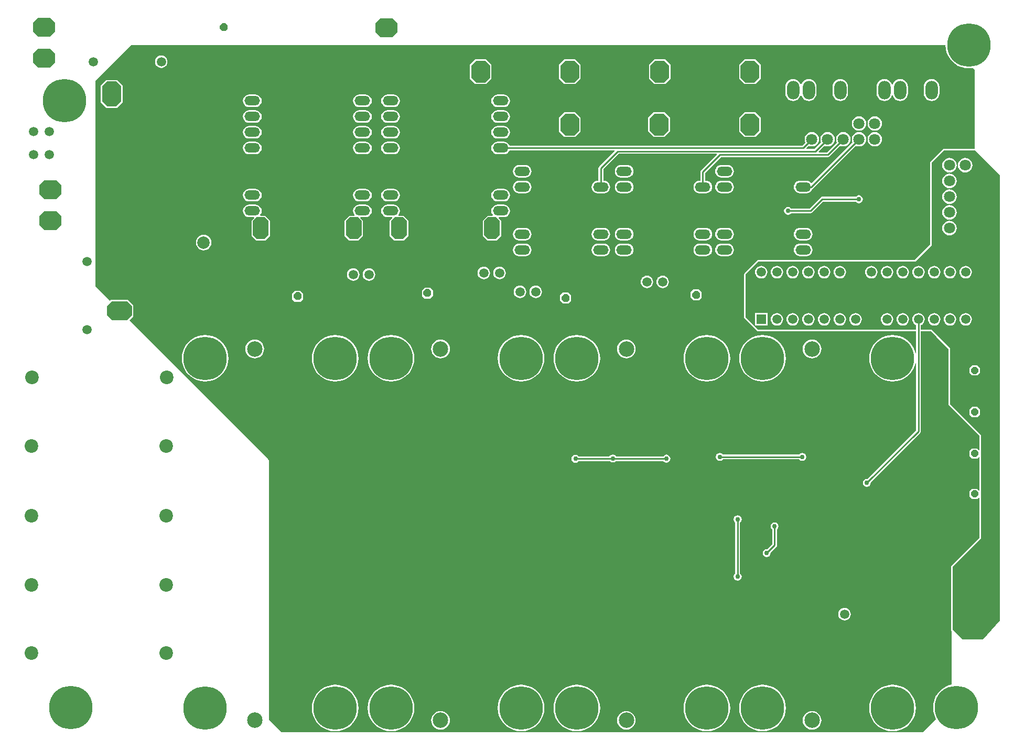
<source format=gbl>
G04 Layer_Physical_Order=2*
G04 Layer_Color=16711680*
%FSAX25Y25*%
%MOIN*%
G70*
G01*
G75*
%ADD28C,0.01000*%
G04:AMPARAMS|DCode=36|XSize=118.11mil|YSize=157.48mil|CornerRadius=0mil|HoleSize=0mil|Usage=FLASHONLY|Rotation=0.000|XOffset=0mil|YOffset=0mil|HoleType=Round|Shape=Octagon|*
%AMOCTAGOND36*
4,1,8,-0.02953,0.07874,0.02953,0.07874,0.05906,0.04921,0.05906,-0.04921,0.02953,-0.07874,-0.02953,-0.07874,-0.05906,-0.04921,-0.05906,0.04921,-0.02953,0.07874,0.0*
%
%ADD36OCTAGOND36*%

G04:AMPARAMS|DCode=37|XSize=118.11mil|YSize=157.48mil|CornerRadius=0mil|HoleSize=0mil|Usage=FLASHONLY|Rotation=90.000|XOffset=0mil|YOffset=0mil|HoleType=Round|Shape=Octagon|*
%AMOCTAGOND37*
4,1,8,-0.07874,-0.02953,-0.07874,0.02953,-0.04921,0.05906,0.04921,0.05906,0.07874,0.02953,0.07874,-0.02953,0.04921,-0.05906,-0.04921,-0.05906,-0.07874,-0.02953,0.0*
%
%ADD37OCTAGOND37*%

%ADD38C,0.09843*%
%ADD39C,0.07087*%
G04:AMPARAMS|DCode=40|XSize=118.11mil|YSize=137.8mil|CornerRadius=0mil|HoleSize=0mil|Usage=FLASHONLY|Rotation=90.000|XOffset=0mil|YOffset=0mil|HoleType=Round|Shape=Octagon|*
%AMOCTAGOND40*
4,1,8,-0.06890,-0.02953,-0.06890,0.02953,-0.03937,0.05906,0.03937,0.05906,0.06890,0.02953,0.06890,-0.02953,0.03937,-0.05906,-0.03937,-0.05906,-0.06890,-0.02953,0.0*
%
%ADD40OCTAGOND40*%

%ADD41P,0.05412X8X112.5*%
%ADD42C,0.08661*%
%ADD43O,0.09843X0.05906*%
G04:AMPARAMS|DCode=44|XSize=98.43mil|YSize=137.8mil|CornerRadius=0mil|HoleSize=0mil|Usage=FLASHONLY|Rotation=180.000|XOffset=0mil|YOffset=0mil|HoleType=Round|Shape=Octagon|*
%AMOCTAGOND44*
4,1,8,0.02461,-0.06890,-0.02461,-0.06890,-0.04921,-0.04429,-0.04921,0.04429,-0.02461,0.06890,0.02461,0.06890,0.04921,0.04429,0.04921,-0.04429,0.02461,-0.06890,0.0*
%
%ADD44OCTAGOND44*%

%ADD45C,0.07874*%
%ADD46P,0.05412X8X22.5*%
G04:AMPARAMS|DCode=47|XSize=118.11mil|YSize=137.8mil|CornerRadius=0mil|HoleSize=0mil|Usage=FLASHONLY|Rotation=180.000|XOffset=0mil|YOffset=0mil|HoleType=Round|Shape=Octagon|*
%AMOCTAGOND47*
4,1,8,0.02953,-0.06890,-0.02953,-0.06890,-0.05906,-0.03937,-0.05906,0.03937,-0.02953,0.06890,0.02953,0.06890,0.05906,0.03937,0.05906,-0.03937,0.02953,-0.06890,0.0*
%
%ADD47OCTAGOND47*%

%ADD48C,0.05906*%
%ADD49R,0.05906X0.05906*%
%ADD50P,0.04871X8X112.5*%
%ADD51O,0.07874X0.11811*%
%ADD52C,0.03000*%
%ADD53C,0.27559*%
%ADD54C,0.05000*%
G36*
X0691257Y0450826D02*
X0691800Y0448564D01*
X0692690Y0446414D01*
X0693905Y0444431D01*
X0695416Y0442662D01*
X0697185Y0441151D01*
X0699169Y0439935D01*
X0701318Y0439045D01*
X0703580Y0438502D01*
X0705899Y0438320D01*
X0708218Y0438502D01*
X0708632Y0438601D01*
X0709836Y0437397D01*
Y0387235D01*
X0690151Y0387235D01*
X0689761Y0387158D01*
X0689430Y0386937D01*
X0681556Y0379063D01*
X0681335Y0378732D01*
X0681258Y0378342D01*
Y0326141D01*
X0671486Y0316369D01*
X0572041D01*
X0571651Y0316292D01*
X0571320Y0316071D01*
X0563446Y0308196D01*
X0563225Y0307866D01*
X0563147Y0307476D01*
Y0279917D01*
X0563225Y0279526D01*
X0563446Y0279196D01*
X0568924Y0273717D01*
X0568962Y0273692D01*
X0568987Y0273654D01*
X0571320Y0271322D01*
X0571651Y0271100D01*
X0572041Y0271023D01*
X0672441D01*
Y0257075D01*
X0671941Y0257016D01*
X0671580Y0258518D01*
X0670690Y0260667D01*
X0669474Y0262651D01*
X0667963Y0264420D01*
X0666194Y0265931D01*
X0664211Y0267146D01*
X0662062Y0268037D01*
X0659799Y0268580D01*
X0657480Y0268762D01*
X0655161Y0268580D01*
X0652899Y0268037D01*
X0650750Y0267146D01*
X0648766Y0265931D01*
X0646997Y0264420D01*
X0645486Y0262651D01*
X0644271Y0260667D01*
X0643381Y0258518D01*
X0642838Y0256256D01*
X0642655Y0253937D01*
X0642838Y0251618D01*
X0643381Y0249356D01*
X0644271Y0247206D01*
X0645486Y0245223D01*
X0646997Y0243454D01*
X0648766Y0241943D01*
X0650750Y0240728D01*
X0652899Y0239837D01*
X0655161Y0239294D01*
X0657480Y0239112D01*
X0659799Y0239294D01*
X0662062Y0239837D01*
X0664211Y0240728D01*
X0666194Y0241943D01*
X0667963Y0243454D01*
X0669474Y0245223D01*
X0670690Y0247206D01*
X0671580Y0249356D01*
X0671941Y0250858D01*
X0672441Y0250799D01*
Y0208204D01*
X0641422Y0177185D01*
X0641100Y0177249D01*
X0640125Y0177055D01*
X0639298Y0176502D01*
X0638745Y0175675D01*
X0638551Y0174700D01*
X0638745Y0173724D01*
X0639298Y0172898D01*
X0640125Y0172345D01*
X0641100Y0172151D01*
X0642075Y0172345D01*
X0642902Y0172898D01*
X0643455Y0173724D01*
X0643649Y0174700D01*
X0643585Y0175022D01*
X0675051Y0206489D01*
X0675383Y0206985D01*
X0675499Y0207570D01*
Y0271023D01*
X0681855D01*
X0685493Y0267385D01*
X0693069Y0259809D01*
Y0224798D01*
X0693146Y0224408D01*
X0693367Y0224078D01*
X0701241Y0216203D01*
X0709115Y0208329D01*
X0712754Y0204691D01*
Y0195732D01*
X0712292Y0195541D01*
X0711225Y0196607D01*
X0707975D01*
X0706350Y0194983D01*
Y0191733D01*
X0707975Y0190108D01*
X0711225D01*
X0712292Y0191174D01*
X0712754Y0190983D01*
Y0170132D01*
X0712292Y0169941D01*
X0711325Y0170907D01*
X0708075D01*
X0706450Y0169282D01*
Y0166033D01*
X0708075Y0164408D01*
X0711325D01*
X0712292Y0165374D01*
X0712754Y0165183D01*
Y0139788D01*
X0694942Y0121976D01*
X0694721Y0121645D01*
X0694643Y0121255D01*
Y0081098D01*
X0694647Y0081081D01*
X0694644Y0081065D01*
X0694685Y0080887D01*
X0694721Y0080708D01*
X0694730Y0080694D01*
X0694734Y0080677D01*
X0694840Y0080529D01*
X0694876Y0080476D01*
X0694876Y0046328D01*
X0693444Y0045985D01*
X0691295Y0045094D01*
X0689311Y0043879D01*
X0687542Y0042368D01*
X0686031Y0040599D01*
X0684816Y0038616D01*
X0683926Y0036466D01*
X0683383Y0034204D01*
X0683200Y0031885D01*
X0683383Y0029566D01*
X0683926Y0027304D01*
X0684816Y0025155D01*
X0685183Y0024555D01*
X0676765Y0016137D01*
X0268891D01*
X0261017Y0024011D01*
X0261017Y0189183D01*
X0172185Y0278015D01*
X0174774Y0280605D01*
Y0287510D01*
X0171321Y0290963D01*
X0160479D01*
X0159858Y0290342D01*
X0150781Y0299419D01*
Y0430310D01*
X0173616Y0453145D01*
X0691074D01*
X0691257Y0450826D01*
D02*
G37*
G36*
X0725584Y0370468D02*
Y0087003D01*
X0714954Y0075192D01*
X0701962D01*
X0695663Y0081098D01*
Y0121255D01*
X0713773Y0139365D01*
Y0205113D01*
X0709836Y0209050D01*
X0701962Y0216924D01*
X0694088Y0224798D01*
Y0260231D01*
X0686214Y0268106D01*
X0682277Y0272042D01*
X0675499D01*
Y0275055D01*
X0675963Y0275247D01*
X0676789Y0275881D01*
X0677423Y0276707D01*
X0677821Y0277668D01*
X0677957Y0278700D01*
X0677821Y0279732D01*
X0677423Y0280693D01*
X0676789Y0281519D01*
X0675963Y0282153D01*
X0675002Y0282551D01*
X0673970Y0282687D01*
X0672938Y0282551D01*
X0671977Y0282153D01*
X0671151Y0281519D01*
X0670517Y0280693D01*
X0670119Y0279732D01*
X0669983Y0278700D01*
X0670119Y0277668D01*
X0670517Y0276707D01*
X0671151Y0275881D01*
X0671977Y0275247D01*
X0672441Y0275055D01*
Y0272042D01*
X0572041D01*
X0569708Y0274375D01*
X0570043Y0274747D01*
X0570507Y0274747D01*
X0577923D01*
Y0282653D01*
X0570017D01*
Y0275247D01*
X0570017Y0274773D01*
X0569645Y0274438D01*
X0564167Y0279917D01*
Y0307476D01*
X0572041Y0315350D01*
X0671486D01*
X0671876Y0315427D01*
X0672207Y0315648D01*
X0681979Y0325420D01*
X0682200Y0325751D01*
X0682277Y0326141D01*
Y0327161D01*
Y0378342D01*
X0690151Y0386216D01*
X0709836Y0386216D01*
X0725584Y0370468D01*
D02*
G37*
%LPC*%
G36*
X0192513Y0446502D02*
X0191481Y0446366D01*
X0190520Y0445968D01*
X0189694Y0445334D01*
X0189061Y0444508D01*
X0188662Y0443547D01*
X0188526Y0442515D01*
X0188662Y0441483D01*
X0189061Y0440521D01*
X0189694Y0439696D01*
X0190520Y0439062D01*
X0191481Y0438664D01*
X0192513Y0438528D01*
X0193545Y0438664D01*
X0194507Y0439062D01*
X0195333Y0439696D01*
X0195966Y0440521D01*
X0196364Y0441483D01*
X0196500Y0442515D01*
X0196364Y0443547D01*
X0195966Y0444508D01*
X0195333Y0445334D01*
X0194507Y0445968D01*
X0193545Y0446366D01*
X0192513Y0446502D01*
D02*
G37*
G36*
X0570248Y0444090D02*
X0563343D01*
X0559890Y0440637D01*
Y0431763D01*
X0563343Y0428310D01*
X0570248D01*
X0573701Y0431763D01*
Y0440637D01*
X0570248Y0444090D01*
D02*
G37*
G36*
X0512870D02*
X0505965D01*
X0502512Y0440637D01*
Y0431763D01*
X0505965Y0428310D01*
X0512870D01*
X0516323Y0431763D01*
Y0440637D01*
X0512870Y0444090D01*
D02*
G37*
G36*
X0455673D02*
X0448768D01*
X0445315Y0440637D01*
Y0431763D01*
X0448768Y0428310D01*
X0455673D01*
X0459126Y0431763D01*
Y0440637D01*
X0455673Y0444090D01*
D02*
G37*
G36*
X0399053D02*
X0392147D01*
X0388695Y0440637D01*
Y0431763D01*
X0392147Y0428310D01*
X0399053D01*
X0402505Y0431763D01*
Y0440637D01*
X0399053Y0444090D01*
D02*
G37*
G36*
X0604175Y0431448D02*
X0602886Y0431278D01*
X0601685Y0430781D01*
X0600654Y0429990D01*
X0599862Y0428958D01*
X0599445Y0427952D01*
X0598904D01*
X0598487Y0428958D01*
X0597696Y0429990D01*
X0596665Y0430781D01*
X0595464Y0431278D01*
X0594175Y0431448D01*
X0592886Y0431278D01*
X0591685Y0430781D01*
X0590654Y0429990D01*
X0589862Y0428958D01*
X0589365Y0427757D01*
X0589195Y0426469D01*
Y0422532D01*
X0589365Y0421243D01*
X0589862Y0420042D01*
X0590654Y0419010D01*
X0591685Y0418219D01*
X0592886Y0417722D01*
X0594175Y0417552D01*
X0595464Y0417722D01*
X0596665Y0418219D01*
X0597696Y0419010D01*
X0598487Y0420042D01*
X0598904Y0421048D01*
X0599445D01*
X0599862Y0420042D01*
X0600654Y0419010D01*
X0601685Y0418219D01*
X0602886Y0417722D01*
X0604175Y0417552D01*
X0605464Y0417722D01*
X0606665Y0418219D01*
X0607696Y0419010D01*
X0608487Y0420042D01*
X0608985Y0421243D01*
X0609154Y0422532D01*
Y0426469D01*
X0608985Y0427757D01*
X0608487Y0428958D01*
X0607696Y0429990D01*
X0606665Y0430781D01*
X0605464Y0431278D01*
X0604175Y0431448D01*
D02*
G37*
G36*
X0662277Y0431447D02*
X0660988Y0431278D01*
X0659787Y0430780D01*
X0658756Y0429989D01*
X0657965Y0428958D01*
X0657548Y0427951D01*
X0657007D01*
X0656590Y0428958D01*
X0655798Y0429989D01*
X0654767Y0430780D01*
X0653566Y0431278D01*
X0652277Y0431447D01*
X0650988Y0431278D01*
X0649787Y0430780D01*
X0648756Y0429989D01*
X0647965Y0428958D01*
X0647467Y0427757D01*
X0647298Y0426468D01*
Y0422531D01*
X0647467Y0421242D01*
X0647965Y0420041D01*
X0648756Y0419010D01*
X0649787Y0418218D01*
X0650988Y0417721D01*
X0652277Y0417551D01*
X0653566Y0417721D01*
X0654767Y0418218D01*
X0655798Y0419010D01*
X0656590Y0420041D01*
X0657007Y0421047D01*
X0657548D01*
X0657965Y0420041D01*
X0658756Y0419010D01*
X0659787Y0418218D01*
X0660988Y0417721D01*
X0662277Y0417551D01*
X0663566Y0417721D01*
X0664767Y0418218D01*
X0665798Y0419010D01*
X0666590Y0420041D01*
X0667087Y0421242D01*
X0667257Y0422531D01*
Y0426468D01*
X0667087Y0427757D01*
X0666590Y0428958D01*
X0665798Y0429989D01*
X0664767Y0430780D01*
X0663566Y0431278D01*
X0662277Y0431447D01*
D02*
G37*
G36*
X0624175Y0431448D02*
X0622886Y0431278D01*
X0621685Y0430781D01*
X0620654Y0429990D01*
X0619862Y0428958D01*
X0619365Y0427757D01*
X0619195Y0426469D01*
Y0422532D01*
X0619365Y0421243D01*
X0619862Y0420042D01*
X0620654Y0419010D01*
X0621685Y0418219D01*
X0622886Y0417722D01*
X0624175Y0417552D01*
X0625464Y0417722D01*
X0626665Y0418219D01*
X0627696Y0419010D01*
X0628487Y0420042D01*
X0628985Y0421243D01*
X0629154Y0422532D01*
Y0426469D01*
X0628985Y0427757D01*
X0628487Y0428958D01*
X0627696Y0429990D01*
X0626665Y0430781D01*
X0625464Y0431278D01*
X0624175Y0431448D01*
D02*
G37*
G36*
X0682277Y0431447D02*
X0680988Y0431278D01*
X0679787Y0430780D01*
X0678756Y0429989D01*
X0677965Y0428958D01*
X0677467Y0427757D01*
X0677298Y0426468D01*
Y0422531D01*
X0677467Y0421242D01*
X0677965Y0420041D01*
X0678756Y0419010D01*
X0679787Y0418218D01*
X0680988Y0417721D01*
X0682277Y0417551D01*
X0683566Y0417721D01*
X0684767Y0418218D01*
X0685798Y0419010D01*
X0686590Y0420041D01*
X0687087Y0421242D01*
X0687257Y0422531D01*
Y0426468D01*
X0687087Y0427757D01*
X0686590Y0428958D01*
X0685798Y0429989D01*
X0684767Y0430780D01*
X0683566Y0431278D01*
X0682277Y0431447D01*
D02*
G37*
G36*
X0410287Y0421625D02*
X0406350D01*
X0405318Y0421489D01*
X0404357Y0421091D01*
X0403531Y0420457D01*
X0402898Y0419631D01*
X0402499Y0418670D01*
X0402363Y0417638D01*
X0402499Y0416606D01*
X0402898Y0415644D01*
X0403531Y0414819D01*
X0404357Y0414185D01*
X0405318Y0413787D01*
X0406350Y0413651D01*
X0410287D01*
X0411319Y0413787D01*
X0412281Y0414185D01*
X0413106Y0414819D01*
X0413740Y0415644D01*
X0414138Y0416606D01*
X0414274Y0417638D01*
X0414138Y0418670D01*
X0413740Y0419631D01*
X0413106Y0420457D01*
X0412281Y0421091D01*
X0411319Y0421489D01*
X0410287Y0421625D01*
D02*
G37*
G36*
X0340287D02*
X0336350D01*
X0335318Y0421489D01*
X0334357Y0421091D01*
X0333531Y0420457D01*
X0332898Y0419631D01*
X0332499Y0418670D01*
X0332364Y0417638D01*
X0332499Y0416606D01*
X0332898Y0415644D01*
X0333531Y0414819D01*
X0334357Y0414185D01*
X0335318Y0413787D01*
X0336350Y0413651D01*
X0340287D01*
X0341319Y0413787D01*
X0342281Y0414185D01*
X0343107Y0414819D01*
X0343740Y0415644D01*
X0344138Y0416606D01*
X0344274Y0417638D01*
X0344138Y0418670D01*
X0343740Y0419631D01*
X0343107Y0420457D01*
X0342281Y0421091D01*
X0341319Y0421489D01*
X0340287Y0421625D01*
D02*
G37*
G36*
X0322346D02*
X0318409D01*
X0317378Y0421489D01*
X0316416Y0421091D01*
X0315590Y0420457D01*
X0314957Y0419631D01*
X0314558Y0418670D01*
X0314423Y0417638D01*
X0314558Y0416606D01*
X0314957Y0415644D01*
X0315590Y0414819D01*
X0316416Y0414185D01*
X0317378Y0413787D01*
X0318409Y0413651D01*
X0322346D01*
X0323378Y0413787D01*
X0324340Y0414185D01*
X0325166Y0414819D01*
X0325799Y0415644D01*
X0326198Y0416606D01*
X0326333Y0417638D01*
X0326198Y0418670D01*
X0325799Y0419631D01*
X0325166Y0420457D01*
X0324340Y0421091D01*
X0323378Y0421489D01*
X0322346Y0421625D01*
D02*
G37*
G36*
X0252346D02*
X0248409D01*
X0247378Y0421489D01*
X0246416Y0421091D01*
X0245590Y0420457D01*
X0244957Y0419631D01*
X0244558Y0418670D01*
X0244423Y0417638D01*
X0244558Y0416606D01*
X0244957Y0415644D01*
X0245590Y0414819D01*
X0246416Y0414185D01*
X0247378Y0413787D01*
X0248409Y0413651D01*
X0252346D01*
X0253378Y0413787D01*
X0254340Y0414185D01*
X0255166Y0414819D01*
X0255799Y0415644D01*
X0256198Y0416606D01*
X0256333Y0417638D01*
X0256198Y0418670D01*
X0255799Y0419631D01*
X0255166Y0420457D01*
X0254340Y0421091D01*
X0253378Y0421489D01*
X0252346Y0421625D01*
D02*
G37*
G36*
X0164470Y0430917D02*
X0157565D01*
X0154112Y0427464D01*
Y0416621D01*
X0157565Y0413168D01*
X0164470D01*
X0167923Y0416621D01*
Y0427464D01*
X0164470Y0430917D01*
D02*
G37*
G36*
X0410287Y0411625D02*
X0406350D01*
X0405318Y0411489D01*
X0404357Y0411091D01*
X0403531Y0410457D01*
X0402898Y0409631D01*
X0402499Y0408670D01*
X0402363Y0407638D01*
X0402499Y0406606D01*
X0402898Y0405644D01*
X0403531Y0404819D01*
X0404357Y0404185D01*
X0405318Y0403787D01*
X0406350Y0403651D01*
X0410287D01*
X0411319Y0403787D01*
X0412281Y0404185D01*
X0413106Y0404819D01*
X0413740Y0405644D01*
X0414138Y0406606D01*
X0414274Y0407638D01*
X0414138Y0408670D01*
X0413740Y0409631D01*
X0413106Y0410457D01*
X0412281Y0411091D01*
X0411319Y0411489D01*
X0410287Y0411625D01*
D02*
G37*
G36*
X0340287D02*
X0336350D01*
X0335318Y0411489D01*
X0334357Y0411091D01*
X0333531Y0410457D01*
X0332898Y0409631D01*
X0332499Y0408670D01*
X0332364Y0407638D01*
X0332499Y0406606D01*
X0332898Y0405644D01*
X0333531Y0404819D01*
X0334357Y0404185D01*
X0335318Y0403787D01*
X0336350Y0403651D01*
X0340287D01*
X0341319Y0403787D01*
X0342281Y0404185D01*
X0343107Y0404819D01*
X0343740Y0405644D01*
X0344138Y0406606D01*
X0344274Y0407638D01*
X0344138Y0408670D01*
X0343740Y0409631D01*
X0343107Y0410457D01*
X0342281Y0411091D01*
X0341319Y0411489D01*
X0340287Y0411625D01*
D02*
G37*
G36*
X0322346D02*
X0318409D01*
X0317378Y0411489D01*
X0316416Y0411091D01*
X0315590Y0410457D01*
X0314957Y0409631D01*
X0314558Y0408670D01*
X0314423Y0407638D01*
X0314558Y0406606D01*
X0314957Y0405644D01*
X0315590Y0404819D01*
X0316416Y0404185D01*
X0317378Y0403787D01*
X0318409Y0403651D01*
X0322346D01*
X0323378Y0403787D01*
X0324340Y0404185D01*
X0325166Y0404819D01*
X0325799Y0405644D01*
X0326198Y0406606D01*
X0326333Y0407638D01*
X0326198Y0408670D01*
X0325799Y0409631D01*
X0325166Y0410457D01*
X0324340Y0411091D01*
X0323378Y0411489D01*
X0322346Y0411625D01*
D02*
G37*
G36*
X0252346D02*
X0248409D01*
X0247378Y0411489D01*
X0246416Y0411091D01*
X0245590Y0410457D01*
X0244957Y0409631D01*
X0244558Y0408670D01*
X0244423Y0407638D01*
X0244558Y0406606D01*
X0244957Y0405644D01*
X0245590Y0404819D01*
X0246416Y0404185D01*
X0247378Y0403787D01*
X0248409Y0403651D01*
X0252346D01*
X0253378Y0403787D01*
X0254340Y0404185D01*
X0255166Y0404819D01*
X0255799Y0405644D01*
X0256198Y0406606D01*
X0256333Y0407638D01*
X0256198Y0408670D01*
X0255799Y0409631D01*
X0255166Y0410457D01*
X0254340Y0411091D01*
X0253378Y0411489D01*
X0252346Y0411625D01*
D02*
G37*
G36*
X0646100Y0407783D02*
X0644914Y0407626D01*
X0643809Y0407169D01*
X0642860Y0406440D01*
X0642131Y0405491D01*
X0641674Y0404386D01*
X0641517Y0403200D01*
X0641674Y0402014D01*
X0642131Y0400909D01*
X0642860Y0399960D01*
X0643809Y0399231D01*
X0644914Y0398774D01*
X0646100Y0398618D01*
X0647286Y0398774D01*
X0648391Y0399231D01*
X0649340Y0399960D01*
X0650069Y0400909D01*
X0650526Y0402014D01*
X0650682Y0403200D01*
X0650526Y0404386D01*
X0650069Y0405491D01*
X0649340Y0406440D01*
X0648391Y0407169D01*
X0647286Y0407626D01*
X0646100Y0407783D01*
D02*
G37*
G36*
X0636100D02*
X0634914Y0407626D01*
X0633809Y0407169D01*
X0632860Y0406440D01*
X0632131Y0405491D01*
X0631674Y0404386D01*
X0631518Y0403200D01*
X0631674Y0402014D01*
X0632131Y0400909D01*
X0632860Y0399960D01*
X0633809Y0399231D01*
X0634914Y0398774D01*
X0636100Y0398618D01*
X0637286Y0398774D01*
X0638391Y0399231D01*
X0639340Y0399960D01*
X0640069Y0400909D01*
X0640526Y0402014D01*
X0640683Y0403200D01*
X0640526Y0404386D01*
X0640069Y0405491D01*
X0639340Y0406440D01*
X0638391Y0407169D01*
X0637286Y0407626D01*
X0636100Y0407783D01*
D02*
G37*
G36*
X0570248Y0410449D02*
X0563343D01*
X0559890Y0406996D01*
Y0398122D01*
X0563343Y0394669D01*
X0570248D01*
X0573701Y0398122D01*
Y0406996D01*
X0570248Y0410449D01*
D02*
G37*
G36*
X0512476D02*
X0505571D01*
X0502118Y0406996D01*
Y0398122D01*
X0505571Y0394669D01*
X0512476D01*
X0515929Y0398122D01*
Y0406996D01*
X0512476Y0410449D01*
D02*
G37*
G36*
X0455673Y0410449D02*
X0448768D01*
X0445315Y0406996D01*
Y0398122D01*
X0448768Y0394669D01*
X0455673D01*
X0459126Y0398122D01*
Y0406996D01*
X0455673Y0410449D01*
D02*
G37*
G36*
X0410287Y0401625D02*
X0406350D01*
X0405318Y0401489D01*
X0404357Y0401090D01*
X0403531Y0400457D01*
X0402898Y0399631D01*
X0402499Y0398670D01*
X0402363Y0397638D01*
X0402499Y0396606D01*
X0402898Y0395644D01*
X0403531Y0394819D01*
X0404357Y0394185D01*
X0405318Y0393787D01*
X0406350Y0393651D01*
X0410287D01*
X0411319Y0393787D01*
X0412281Y0394185D01*
X0413106Y0394819D01*
X0413740Y0395644D01*
X0414138Y0396606D01*
X0414274Y0397638D01*
X0414138Y0398670D01*
X0413740Y0399631D01*
X0413106Y0400457D01*
X0412281Y0401090D01*
X0411319Y0401489D01*
X0410287Y0401625D01*
D02*
G37*
G36*
X0340287D02*
X0336350D01*
X0335318Y0401489D01*
X0334357Y0401090D01*
X0333531Y0400457D01*
X0332898Y0399631D01*
X0332499Y0398670D01*
X0332364Y0397638D01*
X0332499Y0396606D01*
X0332898Y0395644D01*
X0333531Y0394819D01*
X0334357Y0394185D01*
X0335318Y0393787D01*
X0336350Y0393651D01*
X0340287D01*
X0341319Y0393787D01*
X0342281Y0394185D01*
X0343107Y0394819D01*
X0343740Y0395644D01*
X0344138Y0396606D01*
X0344274Y0397638D01*
X0344138Y0398670D01*
X0343740Y0399631D01*
X0343107Y0400457D01*
X0342281Y0401090D01*
X0341319Y0401489D01*
X0340287Y0401625D01*
D02*
G37*
G36*
X0322346D02*
X0318409D01*
X0317378Y0401489D01*
X0316416Y0401090D01*
X0315590Y0400457D01*
X0314957Y0399631D01*
X0314558Y0398670D01*
X0314423Y0397638D01*
X0314558Y0396606D01*
X0314957Y0395644D01*
X0315590Y0394819D01*
X0316416Y0394185D01*
X0317378Y0393787D01*
X0318409Y0393651D01*
X0322346D01*
X0323378Y0393787D01*
X0324340Y0394185D01*
X0325166Y0394819D01*
X0325799Y0395644D01*
X0326198Y0396606D01*
X0326333Y0397638D01*
X0326198Y0398670D01*
X0325799Y0399631D01*
X0325166Y0400457D01*
X0324340Y0401090D01*
X0323378Y0401489D01*
X0322346Y0401625D01*
D02*
G37*
G36*
X0252346D02*
X0248409D01*
X0247378Y0401489D01*
X0246416Y0401090D01*
X0245590Y0400457D01*
X0244957Y0399631D01*
X0244558Y0398670D01*
X0244423Y0397638D01*
X0244558Y0396606D01*
X0244957Y0395644D01*
X0245590Y0394819D01*
X0246416Y0394185D01*
X0247378Y0393787D01*
X0248409Y0393651D01*
X0252346D01*
X0253378Y0393787D01*
X0254340Y0394185D01*
X0255166Y0394819D01*
X0255799Y0395644D01*
X0256198Y0396606D01*
X0256333Y0397638D01*
X0256198Y0398670D01*
X0255799Y0399631D01*
X0255166Y0400457D01*
X0254340Y0401090D01*
X0253378Y0401489D01*
X0252346Y0401625D01*
D02*
G37*
G36*
X0646100Y0397782D02*
X0644914Y0397626D01*
X0643809Y0397169D01*
X0642860Y0396440D01*
X0642131Y0395491D01*
X0641674Y0394386D01*
X0641517Y0393200D01*
X0641674Y0392014D01*
X0642131Y0390909D01*
X0642860Y0389960D01*
X0643809Y0389231D01*
X0644914Y0388774D01*
X0646100Y0388617D01*
X0647286Y0388774D01*
X0648391Y0389231D01*
X0649340Y0389960D01*
X0650069Y0390909D01*
X0650526Y0392014D01*
X0650682Y0393200D01*
X0650526Y0394386D01*
X0650069Y0395491D01*
X0649340Y0396440D01*
X0648391Y0397169D01*
X0647286Y0397626D01*
X0646100Y0397782D01*
D02*
G37*
G36*
X0636100D02*
X0634914Y0397626D01*
X0633809Y0397169D01*
X0632860Y0396440D01*
X0632131Y0395491D01*
X0631674Y0394386D01*
X0631518Y0393200D01*
X0631674Y0392014D01*
X0631989Y0391252D01*
X0606095Y0365358D01*
X0605596Y0365390D01*
X0605394Y0365654D01*
X0604568Y0366287D01*
X0603607Y0366686D01*
X0602575Y0366822D01*
X0598638D01*
X0597606Y0366686D01*
X0596644Y0366287D01*
X0595819Y0365654D01*
X0595185Y0364828D01*
X0594787Y0363866D01*
X0594651Y0362835D01*
X0594787Y0361803D01*
X0595185Y0360841D01*
X0595819Y0360016D01*
X0596644Y0359382D01*
X0597606Y0358984D01*
X0598638Y0358848D01*
X0602575D01*
X0603607Y0358984D01*
X0604568Y0359382D01*
X0605394Y0360016D01*
X0606028Y0360841D01*
X0606263Y0361410D01*
X0606320Y0361422D01*
X0606816Y0361753D01*
X0634152Y0389089D01*
X0634914Y0388774D01*
X0636100Y0388617D01*
X0637286Y0388774D01*
X0638391Y0389231D01*
X0639340Y0389960D01*
X0640069Y0390909D01*
X0640526Y0392014D01*
X0640683Y0393200D01*
X0640526Y0394386D01*
X0640069Y0395491D01*
X0639340Y0396440D01*
X0638391Y0397169D01*
X0637286Y0397626D01*
X0636100Y0397782D01*
D02*
G37*
G36*
X0626100D02*
X0624914Y0397626D01*
X0623809Y0397169D01*
X0622860Y0396440D01*
X0622131Y0395491D01*
X0621674Y0394386D01*
X0621518Y0393200D01*
X0621674Y0392014D01*
X0621989Y0391252D01*
X0615666Y0384929D01*
X0610646D01*
X0610454Y0385391D01*
X0614152Y0389089D01*
X0614914Y0388774D01*
X0616100Y0388617D01*
X0617286Y0388774D01*
X0618391Y0389231D01*
X0619340Y0389960D01*
X0620069Y0390909D01*
X0620526Y0392014D01*
X0620682Y0393200D01*
X0620526Y0394386D01*
X0620069Y0395491D01*
X0619340Y0396440D01*
X0618391Y0397169D01*
X0617286Y0397626D01*
X0616100Y0397782D01*
X0614914Y0397626D01*
X0613809Y0397169D01*
X0612860Y0396440D01*
X0612131Y0395491D01*
X0611674Y0394386D01*
X0611517Y0393200D01*
X0611674Y0392014D01*
X0611989Y0391252D01*
X0607766Y0387029D01*
X0602746D01*
X0602554Y0387491D01*
X0604152Y0389089D01*
X0604914Y0388774D01*
X0606100Y0388617D01*
X0607286Y0388774D01*
X0608391Y0389231D01*
X0609340Y0389960D01*
X0610069Y0390909D01*
X0610526Y0392014D01*
X0610682Y0393200D01*
X0610526Y0394386D01*
X0610069Y0395491D01*
X0609340Y0396440D01*
X0608391Y0397169D01*
X0607286Y0397626D01*
X0606100Y0397782D01*
X0604914Y0397626D01*
X0603809Y0397169D01*
X0602860Y0396440D01*
X0602131Y0395491D01*
X0601674Y0394386D01*
X0601517Y0393200D01*
X0601674Y0392014D01*
X0601989Y0391252D01*
X0599904Y0389167D01*
X0413932D01*
X0413740Y0389631D01*
X0413106Y0390457D01*
X0412281Y0391090D01*
X0411319Y0391489D01*
X0410287Y0391625D01*
X0406350D01*
X0405318Y0391489D01*
X0404357Y0391090D01*
X0403531Y0390457D01*
X0402898Y0389631D01*
X0402499Y0388670D01*
X0402363Y0387638D01*
X0402499Y0386606D01*
X0402898Y0385644D01*
X0403531Y0384819D01*
X0404357Y0384185D01*
X0405318Y0383787D01*
X0406350Y0383651D01*
X0410287D01*
X0411319Y0383787D01*
X0412281Y0384185D01*
X0413106Y0384819D01*
X0413740Y0385644D01*
X0413932Y0386108D01*
X0480529D01*
X0480721Y0385647D01*
X0470919Y0375844D01*
X0470587Y0375348D01*
X0470471Y0374763D01*
Y0366822D01*
X0470031D01*
X0469000Y0366686D01*
X0468038Y0366287D01*
X0467212Y0365654D01*
X0466579Y0364828D01*
X0466181Y0363866D01*
X0466045Y0362835D01*
X0466181Y0361803D01*
X0466579Y0360841D01*
X0467212Y0360016D01*
X0468038Y0359382D01*
X0469000Y0358984D01*
X0470031Y0358848D01*
X0473969D01*
X0475000Y0358984D01*
X0475962Y0359382D01*
X0476788Y0360016D01*
X0477421Y0360841D01*
X0477819Y0361803D01*
X0477955Y0362835D01*
X0477819Y0363866D01*
X0477421Y0364828D01*
X0476788Y0365654D01*
X0475962Y0366287D01*
X0475000Y0366686D01*
X0473969Y0366822D01*
X0473529D01*
Y0374129D01*
X0483371Y0383971D01*
X0545554D01*
X0545746Y0383509D01*
X0535722Y0373485D01*
X0535390Y0372988D01*
X0535274Y0372403D01*
Y0366822D01*
X0534835D01*
X0533803Y0366686D01*
X0532841Y0366287D01*
X0532016Y0365654D01*
X0531382Y0364828D01*
X0530984Y0363866D01*
X0530848Y0362835D01*
X0530984Y0361803D01*
X0531382Y0360841D01*
X0532016Y0360016D01*
X0532841Y0359382D01*
X0533803Y0358984D01*
X0534835Y0358848D01*
X0538772D01*
X0539804Y0358984D01*
X0540765Y0359382D01*
X0541591Y0360016D01*
X0542224Y0360841D01*
X0542623Y0361803D01*
X0542759Y0362835D01*
X0542623Y0363866D01*
X0542224Y0364828D01*
X0541591Y0365654D01*
X0540765Y0366287D01*
X0539804Y0366686D01*
X0538772Y0366822D01*
X0538333D01*
Y0371770D01*
X0548433Y0381871D01*
X0616300D01*
X0616885Y0381987D01*
X0617381Y0382319D01*
X0624152Y0389089D01*
X0624914Y0388774D01*
X0626100Y0388617D01*
X0627286Y0388774D01*
X0628391Y0389231D01*
X0629340Y0389960D01*
X0630069Y0390909D01*
X0630526Y0392014D01*
X0630683Y0393200D01*
X0630526Y0394386D01*
X0630069Y0395491D01*
X0629340Y0396440D01*
X0628391Y0397169D01*
X0627286Y0397626D01*
X0626100Y0397782D01*
D02*
G37*
G36*
X0340287Y0391625D02*
X0336350D01*
X0335318Y0391489D01*
X0334357Y0391090D01*
X0333531Y0390457D01*
X0332898Y0389631D01*
X0332499Y0388670D01*
X0332364Y0387638D01*
X0332499Y0386606D01*
X0332898Y0385644D01*
X0333531Y0384819D01*
X0334357Y0384185D01*
X0335318Y0383787D01*
X0336350Y0383651D01*
X0340287D01*
X0341319Y0383787D01*
X0342281Y0384185D01*
X0343107Y0384819D01*
X0343740Y0385644D01*
X0344138Y0386606D01*
X0344274Y0387638D01*
X0344138Y0388670D01*
X0343740Y0389631D01*
X0343107Y0390457D01*
X0342281Y0391090D01*
X0341319Y0391489D01*
X0340287Y0391625D01*
D02*
G37*
G36*
X0322346D02*
X0318409D01*
X0317378Y0391489D01*
X0316416Y0391090D01*
X0315590Y0390457D01*
X0314957Y0389631D01*
X0314558Y0388670D01*
X0314423Y0387638D01*
X0314558Y0386606D01*
X0314957Y0385644D01*
X0315590Y0384819D01*
X0316416Y0384185D01*
X0317378Y0383787D01*
X0318409Y0383651D01*
X0322346D01*
X0323378Y0383787D01*
X0324340Y0384185D01*
X0325166Y0384819D01*
X0325799Y0385644D01*
X0326198Y0386606D01*
X0326333Y0387638D01*
X0326198Y0388670D01*
X0325799Y0389631D01*
X0325166Y0390457D01*
X0324340Y0391090D01*
X0323378Y0391489D01*
X0322346Y0391625D01*
D02*
G37*
G36*
X0252346D02*
X0248409D01*
X0247378Y0391489D01*
X0246416Y0391090D01*
X0245590Y0390457D01*
X0244957Y0389631D01*
X0244558Y0388670D01*
X0244423Y0387638D01*
X0244558Y0386606D01*
X0244957Y0385644D01*
X0245590Y0384819D01*
X0246416Y0384185D01*
X0247378Y0383787D01*
X0248409Y0383651D01*
X0252346D01*
X0253378Y0383787D01*
X0254340Y0384185D01*
X0255166Y0384819D01*
X0255799Y0385644D01*
X0256198Y0386606D01*
X0256333Y0387638D01*
X0256198Y0388670D01*
X0255799Y0389631D01*
X0255166Y0390457D01*
X0254340Y0391090D01*
X0253378Y0391489D01*
X0252346Y0391625D01*
D02*
G37*
G36*
X0552575Y0376821D02*
X0548638D01*
X0547606Y0376686D01*
X0546644Y0376287D01*
X0545819Y0375654D01*
X0545185Y0374828D01*
X0544787Y0373867D01*
X0544651Y0372835D01*
X0544787Y0371803D01*
X0545185Y0370841D01*
X0545819Y0370016D01*
X0546644Y0369382D01*
X0547606Y0368984D01*
X0548638Y0368848D01*
X0552575D01*
X0553607Y0368984D01*
X0554568Y0369382D01*
X0555394Y0370016D01*
X0556028Y0370841D01*
X0556426Y0371803D01*
X0556562Y0372835D01*
X0556426Y0373867D01*
X0556028Y0374828D01*
X0555394Y0375654D01*
X0554568Y0376287D01*
X0553607Y0376686D01*
X0552575Y0376821D01*
D02*
G37*
G36*
X0488772D02*
X0484835D01*
X0483803Y0376686D01*
X0482841Y0376287D01*
X0482016Y0375654D01*
X0481382Y0374828D01*
X0480984Y0373867D01*
X0480848Y0372835D01*
X0480984Y0371803D01*
X0481382Y0370841D01*
X0482016Y0370016D01*
X0482841Y0369382D01*
X0483803Y0368984D01*
X0484835Y0368848D01*
X0488772D01*
X0489804Y0368984D01*
X0490765Y0369382D01*
X0491591Y0370016D01*
X0492224Y0370841D01*
X0492623Y0371803D01*
X0492759Y0372835D01*
X0492623Y0373867D01*
X0492224Y0374828D01*
X0491591Y0375654D01*
X0490765Y0376287D01*
X0489804Y0376686D01*
X0488772Y0376821D01*
D02*
G37*
G36*
X0423969D02*
X0420031D01*
X0419000Y0376686D01*
X0418038Y0376287D01*
X0417212Y0375654D01*
X0416579Y0374828D01*
X0416181Y0373867D01*
X0416045Y0372835D01*
X0416181Y0371803D01*
X0416579Y0370841D01*
X0417212Y0370016D01*
X0418038Y0369382D01*
X0419000Y0368984D01*
X0420031Y0368848D01*
X0423969D01*
X0425000Y0368984D01*
X0425962Y0369382D01*
X0426788Y0370016D01*
X0427421Y0370841D01*
X0427819Y0371803D01*
X0427955Y0372835D01*
X0427819Y0373867D01*
X0427421Y0374828D01*
X0426788Y0375654D01*
X0425962Y0376287D01*
X0425000Y0376686D01*
X0423969Y0376821D01*
D02*
G37*
G36*
X0552575Y0366822D02*
X0548638D01*
X0547606Y0366686D01*
X0546644Y0366287D01*
X0545819Y0365654D01*
X0545185Y0364828D01*
X0544787Y0363866D01*
X0544651Y0362835D01*
X0544787Y0361803D01*
X0545185Y0360841D01*
X0545819Y0360016D01*
X0546644Y0359382D01*
X0547606Y0358984D01*
X0548638Y0358848D01*
X0552575D01*
X0553607Y0358984D01*
X0554568Y0359382D01*
X0555394Y0360016D01*
X0556028Y0360841D01*
X0556426Y0361803D01*
X0556562Y0362835D01*
X0556426Y0363866D01*
X0556028Y0364828D01*
X0555394Y0365654D01*
X0554568Y0366287D01*
X0553607Y0366686D01*
X0552575Y0366822D01*
D02*
G37*
G36*
X0488772D02*
X0484835D01*
X0483803Y0366686D01*
X0482841Y0366287D01*
X0482016Y0365654D01*
X0481382Y0364828D01*
X0480984Y0363866D01*
X0480848Y0362835D01*
X0480984Y0361803D01*
X0481382Y0360841D01*
X0482016Y0360016D01*
X0482841Y0359382D01*
X0483803Y0358984D01*
X0484835Y0358848D01*
X0488772D01*
X0489804Y0358984D01*
X0490765Y0359382D01*
X0491591Y0360016D01*
X0492224Y0360841D01*
X0492623Y0361803D01*
X0492759Y0362835D01*
X0492623Y0363866D01*
X0492224Y0364828D01*
X0491591Y0365654D01*
X0490765Y0366287D01*
X0489804Y0366686D01*
X0488772Y0366822D01*
D02*
G37*
G36*
X0423969D02*
X0420031D01*
X0419000Y0366686D01*
X0418038Y0366287D01*
X0417212Y0365654D01*
X0416579Y0364828D01*
X0416181Y0363866D01*
X0416045Y0362835D01*
X0416181Y0361803D01*
X0416579Y0360841D01*
X0417212Y0360016D01*
X0418038Y0359382D01*
X0419000Y0358984D01*
X0420031Y0358848D01*
X0423969D01*
X0425000Y0358984D01*
X0425962Y0359382D01*
X0426788Y0360016D01*
X0427421Y0360841D01*
X0427819Y0361803D01*
X0427955Y0362835D01*
X0427819Y0363866D01*
X0427421Y0364828D01*
X0426788Y0365654D01*
X0425962Y0366287D01*
X0425000Y0366686D01*
X0423969Y0366822D01*
D02*
G37*
G36*
X0410287Y0361625D02*
X0406350D01*
X0405318Y0361489D01*
X0404357Y0361090D01*
X0403531Y0360457D01*
X0402898Y0359631D01*
X0402499Y0358670D01*
X0402363Y0357638D01*
X0402499Y0356606D01*
X0402898Y0355644D01*
X0403531Y0354819D01*
X0404357Y0354185D01*
X0405318Y0353787D01*
X0406350Y0353651D01*
X0410287D01*
X0411319Y0353787D01*
X0412281Y0354185D01*
X0413106Y0354819D01*
X0413740Y0355644D01*
X0414138Y0356606D01*
X0414274Y0357638D01*
X0414138Y0358670D01*
X0413740Y0359631D01*
X0413106Y0360457D01*
X0412281Y0361090D01*
X0411319Y0361489D01*
X0410287Y0361625D01*
D02*
G37*
G36*
X0340287D02*
X0336350D01*
X0335318Y0361489D01*
X0334357Y0361090D01*
X0333531Y0360457D01*
X0332898Y0359631D01*
X0332499Y0358670D01*
X0332364Y0357638D01*
X0332499Y0356606D01*
X0332898Y0355644D01*
X0333531Y0354819D01*
X0334357Y0354185D01*
X0335318Y0353787D01*
X0336350Y0353651D01*
X0340287D01*
X0341319Y0353787D01*
X0342281Y0354185D01*
X0343107Y0354819D01*
X0343740Y0355644D01*
X0344138Y0356606D01*
X0344274Y0357638D01*
X0344138Y0358670D01*
X0343740Y0359631D01*
X0343107Y0360457D01*
X0342281Y0361090D01*
X0341319Y0361489D01*
X0340287Y0361625D01*
D02*
G37*
G36*
X0322346D02*
X0318409D01*
X0317378Y0361489D01*
X0316416Y0361090D01*
X0315590Y0360457D01*
X0314957Y0359631D01*
X0314558Y0358670D01*
X0314423Y0357638D01*
X0314558Y0356606D01*
X0314957Y0355644D01*
X0315590Y0354819D01*
X0316416Y0354185D01*
X0317378Y0353787D01*
X0318409Y0353651D01*
X0322346D01*
X0323378Y0353787D01*
X0324340Y0354185D01*
X0325166Y0354819D01*
X0325799Y0355644D01*
X0326198Y0356606D01*
X0326333Y0357638D01*
X0326198Y0358670D01*
X0325799Y0359631D01*
X0325166Y0360457D01*
X0324340Y0361090D01*
X0323378Y0361489D01*
X0322346Y0361625D01*
D02*
G37*
G36*
X0252346D02*
X0248409D01*
X0247378Y0361489D01*
X0246416Y0361090D01*
X0245590Y0360457D01*
X0244957Y0359631D01*
X0244558Y0358670D01*
X0244423Y0357638D01*
X0244558Y0356606D01*
X0244957Y0355644D01*
X0245590Y0354819D01*
X0246416Y0354185D01*
X0247378Y0353787D01*
X0248409Y0353651D01*
X0252346D01*
X0253378Y0353787D01*
X0254340Y0354185D01*
X0255166Y0354819D01*
X0255799Y0355644D01*
X0256198Y0356606D01*
X0256333Y0357638D01*
X0256198Y0358670D01*
X0255799Y0359631D01*
X0255166Y0360457D01*
X0254340Y0361090D01*
X0253378Y0361489D01*
X0252346Y0361625D01*
D02*
G37*
G36*
X0636000Y0357649D02*
X0635024Y0357455D01*
X0634198Y0356902D01*
X0634015Y0356629D01*
X0612700D01*
X0612115Y0356513D01*
X0611619Y0356181D01*
X0604667Y0349229D01*
X0592985D01*
X0592802Y0349502D01*
X0591975Y0350055D01*
X0591000Y0350249D01*
X0590025Y0350055D01*
X0589198Y0349502D01*
X0588645Y0348675D01*
X0588451Y0347700D01*
X0588645Y0346725D01*
X0589198Y0345898D01*
X0590025Y0345345D01*
X0591000Y0345151D01*
X0591975Y0345345D01*
X0592802Y0345898D01*
X0592985Y0346171D01*
X0605300D01*
X0605885Y0346287D01*
X0606381Y0346619D01*
X0613334Y0353571D01*
X0634015D01*
X0634198Y0353298D01*
X0635024Y0352745D01*
X0636000Y0352551D01*
X0636975Y0352745D01*
X0637802Y0353298D01*
X0638355Y0354124D01*
X0638549Y0355100D01*
X0638355Y0356076D01*
X0637802Y0356902D01*
X0636975Y0357455D01*
X0636000Y0357649D01*
D02*
G37*
G36*
X0602575Y0336822D02*
X0598638D01*
X0597606Y0336686D01*
X0596644Y0336287D01*
X0595819Y0335654D01*
X0595185Y0334828D01*
X0594787Y0333867D01*
X0594651Y0332835D01*
X0594787Y0331803D01*
X0595185Y0330841D01*
X0595819Y0330015D01*
X0596644Y0329382D01*
X0597606Y0328984D01*
X0598638Y0328848D01*
X0602575D01*
X0603607Y0328984D01*
X0604568Y0329382D01*
X0605394Y0330015D01*
X0606028Y0330841D01*
X0606426Y0331803D01*
X0606562Y0332835D01*
X0606426Y0333867D01*
X0606028Y0334828D01*
X0605394Y0335654D01*
X0604568Y0336287D01*
X0603607Y0336686D01*
X0602575Y0336822D01*
D02*
G37*
G36*
X0552575D02*
X0548638D01*
X0547606Y0336686D01*
X0546644Y0336287D01*
X0545819Y0335654D01*
X0545185Y0334828D01*
X0544787Y0333867D01*
X0544651Y0332835D01*
X0544787Y0331803D01*
X0545185Y0330841D01*
X0545819Y0330015D01*
X0546644Y0329382D01*
X0547606Y0328984D01*
X0548638Y0328848D01*
X0552575D01*
X0553607Y0328984D01*
X0554568Y0329382D01*
X0555394Y0330015D01*
X0556028Y0330841D01*
X0556426Y0331803D01*
X0556562Y0332835D01*
X0556426Y0333867D01*
X0556028Y0334828D01*
X0555394Y0335654D01*
X0554568Y0336287D01*
X0553607Y0336686D01*
X0552575Y0336822D01*
D02*
G37*
G36*
X0538772D02*
X0534835D01*
X0533803Y0336686D01*
X0532841Y0336287D01*
X0532016Y0335654D01*
X0531382Y0334828D01*
X0530984Y0333867D01*
X0530848Y0332835D01*
X0530984Y0331803D01*
X0531382Y0330841D01*
X0532016Y0330015D01*
X0532841Y0329382D01*
X0533803Y0328984D01*
X0534835Y0328848D01*
X0538772D01*
X0539804Y0328984D01*
X0540765Y0329382D01*
X0541591Y0330015D01*
X0542224Y0330841D01*
X0542623Y0331803D01*
X0542759Y0332835D01*
X0542623Y0333867D01*
X0542224Y0334828D01*
X0541591Y0335654D01*
X0540765Y0336287D01*
X0539804Y0336686D01*
X0538772Y0336822D01*
D02*
G37*
G36*
X0488772D02*
X0484835D01*
X0483803Y0336686D01*
X0482841Y0336287D01*
X0482016Y0335654D01*
X0481382Y0334828D01*
X0480984Y0333867D01*
X0480848Y0332835D01*
X0480984Y0331803D01*
X0481382Y0330841D01*
X0482016Y0330015D01*
X0482841Y0329382D01*
X0483803Y0328984D01*
X0484835Y0328848D01*
X0488772D01*
X0489804Y0328984D01*
X0490765Y0329382D01*
X0491591Y0330015D01*
X0492224Y0330841D01*
X0492623Y0331803D01*
X0492759Y0332835D01*
X0492623Y0333867D01*
X0492224Y0334828D01*
X0491591Y0335654D01*
X0490765Y0336287D01*
X0489804Y0336686D01*
X0488772Y0336822D01*
D02*
G37*
G36*
X0473969D02*
X0470031D01*
X0469000Y0336686D01*
X0468038Y0336287D01*
X0467212Y0335654D01*
X0466579Y0334828D01*
X0466181Y0333867D01*
X0466045Y0332835D01*
X0466181Y0331803D01*
X0466579Y0330841D01*
X0467212Y0330015D01*
X0468038Y0329382D01*
X0469000Y0328984D01*
X0470031Y0328848D01*
X0473969D01*
X0475000Y0328984D01*
X0475962Y0329382D01*
X0476788Y0330015D01*
X0477421Y0330841D01*
X0477819Y0331803D01*
X0477955Y0332835D01*
X0477819Y0333867D01*
X0477421Y0334828D01*
X0476788Y0335654D01*
X0475962Y0336287D01*
X0475000Y0336686D01*
X0473969Y0336822D01*
D02*
G37*
G36*
X0423969D02*
X0420031D01*
X0419000Y0336686D01*
X0418038Y0336287D01*
X0417212Y0335654D01*
X0416579Y0334828D01*
X0416181Y0333867D01*
X0416045Y0332835D01*
X0416181Y0331803D01*
X0416579Y0330841D01*
X0417212Y0330015D01*
X0418038Y0329382D01*
X0419000Y0328984D01*
X0420031Y0328848D01*
X0423969D01*
X0425000Y0328984D01*
X0425962Y0329382D01*
X0426788Y0330015D01*
X0427421Y0330841D01*
X0427819Y0331803D01*
X0427955Y0332835D01*
X0427819Y0333867D01*
X0427421Y0334828D01*
X0426788Y0335654D01*
X0425962Y0336287D01*
X0425000Y0336686D01*
X0423969Y0336822D01*
D02*
G37*
G36*
X0410287Y0351625D02*
X0406350D01*
X0405318Y0351489D01*
X0404357Y0351091D01*
X0403531Y0350457D01*
X0402898Y0349631D01*
X0402499Y0348670D01*
X0402363Y0347638D01*
X0402499Y0346606D01*
X0402898Y0345644D01*
X0403389Y0345004D01*
X0403153Y0344504D01*
X0399847D01*
X0396886Y0341543D01*
Y0331685D01*
X0399847Y0328724D01*
X0405768D01*
X0408728Y0331685D01*
Y0341543D01*
X0407083Y0343189D01*
X0407274Y0343651D01*
X0410287D01*
X0411319Y0343787D01*
X0412281Y0344185D01*
X0413106Y0344819D01*
X0413740Y0345644D01*
X0414138Y0346606D01*
X0414274Y0347638D01*
X0414138Y0348670D01*
X0413740Y0349631D01*
X0413106Y0350457D01*
X0412281Y0351091D01*
X0411319Y0351489D01*
X0410287Y0351625D01*
D02*
G37*
G36*
X0340287D02*
X0336350D01*
X0335318Y0351489D01*
X0334357Y0351091D01*
X0333531Y0350457D01*
X0332898Y0349631D01*
X0332499Y0348670D01*
X0332364Y0347638D01*
X0332499Y0346606D01*
X0332898Y0345644D01*
X0333531Y0344819D01*
X0334357Y0344185D01*
X0335318Y0343787D01*
X0336350Y0343651D01*
X0339285D01*
X0339476Y0343189D01*
X0337831Y0341543D01*
Y0331685D01*
X0340791Y0328724D01*
X0346713D01*
X0349673Y0331685D01*
Y0341543D01*
X0346713Y0344504D01*
X0343485D01*
X0343249Y0345004D01*
X0343740Y0345644D01*
X0344138Y0346606D01*
X0344274Y0347638D01*
X0344138Y0348670D01*
X0343740Y0349631D01*
X0343107Y0350457D01*
X0342281Y0351091D01*
X0341319Y0351489D01*
X0340287Y0351625D01*
D02*
G37*
G36*
X0322346D02*
X0318409D01*
X0317378Y0351489D01*
X0316416Y0351091D01*
X0315590Y0350457D01*
X0314957Y0349631D01*
X0314558Y0348670D01*
X0314423Y0347638D01*
X0314558Y0346606D01*
X0314957Y0345644D01*
X0315448Y0345004D01*
X0315212Y0344504D01*
X0311906D01*
X0308945Y0341543D01*
Y0331685D01*
X0311906Y0328724D01*
X0317827D01*
X0320787Y0331685D01*
Y0341543D01*
X0319142Y0343189D01*
X0319333Y0343651D01*
X0322346D01*
X0323378Y0343787D01*
X0324340Y0344185D01*
X0325166Y0344819D01*
X0325799Y0345644D01*
X0326198Y0346606D01*
X0326333Y0347638D01*
X0326198Y0348670D01*
X0325799Y0349631D01*
X0325166Y0350457D01*
X0324340Y0351091D01*
X0323378Y0351489D01*
X0322346Y0351625D01*
D02*
G37*
G36*
X0252346D02*
X0248409D01*
X0247378Y0351489D01*
X0246416Y0351091D01*
X0245590Y0350457D01*
X0244957Y0349631D01*
X0244558Y0348670D01*
X0244423Y0347638D01*
X0244558Y0346606D01*
X0244957Y0345644D01*
X0245590Y0344819D01*
X0246416Y0344185D01*
X0247378Y0343787D01*
X0248409Y0343651D01*
X0251344D01*
X0251535Y0343189D01*
X0249890Y0341543D01*
Y0331685D01*
X0252850Y0328724D01*
X0258772D01*
X0261732Y0331685D01*
Y0341543D01*
X0258772Y0344504D01*
X0255544D01*
X0255308Y0345004D01*
X0255799Y0345644D01*
X0256198Y0346606D01*
X0256333Y0347638D01*
X0256198Y0348670D01*
X0255799Y0349631D01*
X0255166Y0350457D01*
X0254340Y0351091D01*
X0253378Y0351489D01*
X0252346Y0351625D01*
D02*
G37*
G36*
X0219488Y0332539D02*
X0218199Y0332369D01*
X0216998Y0331872D01*
X0215967Y0331080D01*
X0215176Y0330049D01*
X0214678Y0328848D01*
X0214509Y0327559D01*
X0214678Y0326270D01*
X0215176Y0325069D01*
X0215967Y0324038D01*
X0216998Y0323247D01*
X0218199Y0322749D01*
X0219488Y0322580D01*
X0220777Y0322749D01*
X0221978Y0323247D01*
X0223009Y0324038D01*
X0223801Y0325069D01*
X0224298Y0326270D01*
X0224468Y0327559D01*
X0224298Y0328848D01*
X0223801Y0330049D01*
X0223009Y0331080D01*
X0221978Y0331872D01*
X0220777Y0332369D01*
X0219488Y0332539D01*
D02*
G37*
G36*
X0602575Y0326821D02*
X0598638D01*
X0597606Y0326686D01*
X0596644Y0326287D01*
X0595819Y0325654D01*
X0595185Y0324828D01*
X0594787Y0323867D01*
X0594651Y0322835D01*
X0594787Y0321803D01*
X0595185Y0320841D01*
X0595819Y0320016D01*
X0596644Y0319382D01*
X0597606Y0318984D01*
X0598638Y0318848D01*
X0602575D01*
X0603607Y0318984D01*
X0604568Y0319382D01*
X0605394Y0320016D01*
X0606028Y0320841D01*
X0606426Y0321803D01*
X0606562Y0322835D01*
X0606426Y0323867D01*
X0606028Y0324828D01*
X0605394Y0325654D01*
X0604568Y0326287D01*
X0603607Y0326686D01*
X0602575Y0326821D01*
D02*
G37*
G36*
X0552575D02*
X0548638D01*
X0547606Y0326686D01*
X0546644Y0326287D01*
X0545819Y0325654D01*
X0545185Y0324828D01*
X0544787Y0323867D01*
X0544651Y0322835D01*
X0544787Y0321803D01*
X0545185Y0320841D01*
X0545819Y0320016D01*
X0546644Y0319382D01*
X0547606Y0318984D01*
X0548638Y0318848D01*
X0552575D01*
X0553607Y0318984D01*
X0554568Y0319382D01*
X0555394Y0320016D01*
X0556028Y0320841D01*
X0556426Y0321803D01*
X0556562Y0322835D01*
X0556426Y0323867D01*
X0556028Y0324828D01*
X0555394Y0325654D01*
X0554568Y0326287D01*
X0553607Y0326686D01*
X0552575Y0326821D01*
D02*
G37*
G36*
X0538772D02*
X0534835D01*
X0533803Y0326686D01*
X0532841Y0326287D01*
X0532016Y0325654D01*
X0531382Y0324828D01*
X0530984Y0323867D01*
X0530848Y0322835D01*
X0530984Y0321803D01*
X0531382Y0320841D01*
X0532016Y0320016D01*
X0532841Y0319382D01*
X0533803Y0318984D01*
X0534835Y0318848D01*
X0538772D01*
X0539804Y0318984D01*
X0540765Y0319382D01*
X0541591Y0320016D01*
X0542224Y0320841D01*
X0542623Y0321803D01*
X0542759Y0322835D01*
X0542623Y0323867D01*
X0542224Y0324828D01*
X0541591Y0325654D01*
X0540765Y0326287D01*
X0539804Y0326686D01*
X0538772Y0326821D01*
D02*
G37*
G36*
X0488772D02*
X0484835D01*
X0483803Y0326686D01*
X0482841Y0326287D01*
X0482016Y0325654D01*
X0481382Y0324828D01*
X0480984Y0323867D01*
X0480848Y0322835D01*
X0480984Y0321803D01*
X0481382Y0320841D01*
X0482016Y0320016D01*
X0482841Y0319382D01*
X0483803Y0318984D01*
X0484835Y0318848D01*
X0488772D01*
X0489804Y0318984D01*
X0490765Y0319382D01*
X0491591Y0320016D01*
X0492224Y0320841D01*
X0492623Y0321803D01*
X0492759Y0322835D01*
X0492623Y0323867D01*
X0492224Y0324828D01*
X0491591Y0325654D01*
X0490765Y0326287D01*
X0489804Y0326686D01*
X0488772Y0326821D01*
D02*
G37*
G36*
X0473969D02*
X0470031D01*
X0469000Y0326686D01*
X0468038Y0326287D01*
X0467212Y0325654D01*
X0466579Y0324828D01*
X0466181Y0323867D01*
X0466045Y0322835D01*
X0466181Y0321803D01*
X0466579Y0320841D01*
X0467212Y0320016D01*
X0468038Y0319382D01*
X0469000Y0318984D01*
X0470031Y0318848D01*
X0473969D01*
X0475000Y0318984D01*
X0475962Y0319382D01*
X0476788Y0320016D01*
X0477421Y0320841D01*
X0477819Y0321803D01*
X0477955Y0322835D01*
X0477819Y0323867D01*
X0477421Y0324828D01*
X0476788Y0325654D01*
X0475962Y0326287D01*
X0475000Y0326686D01*
X0473969Y0326821D01*
D02*
G37*
G36*
X0423969D02*
X0420031D01*
X0419000Y0326686D01*
X0418038Y0326287D01*
X0417212Y0325654D01*
X0416579Y0324828D01*
X0416181Y0323867D01*
X0416045Y0322835D01*
X0416181Y0321803D01*
X0416579Y0320841D01*
X0417212Y0320016D01*
X0418038Y0319382D01*
X0419000Y0318984D01*
X0420031Y0318848D01*
X0423969D01*
X0425000Y0318984D01*
X0425962Y0319382D01*
X0426788Y0320016D01*
X0427421Y0320841D01*
X0427819Y0321803D01*
X0427955Y0322835D01*
X0427819Y0323867D01*
X0427421Y0324828D01*
X0426788Y0325654D01*
X0425962Y0326287D01*
X0425000Y0326686D01*
X0423969Y0326821D01*
D02*
G37*
G36*
X0407600Y0312187D02*
X0406568Y0312051D01*
X0405607Y0311653D01*
X0404781Y0311019D01*
X0404147Y0310193D01*
X0403749Y0309232D01*
X0403613Y0308200D01*
X0403749Y0307168D01*
X0404147Y0306207D01*
X0404781Y0305381D01*
X0405607Y0304747D01*
X0406568Y0304349D01*
X0407600Y0304213D01*
X0408632Y0304349D01*
X0409593Y0304747D01*
X0410419Y0305381D01*
X0411053Y0306207D01*
X0411451Y0307168D01*
X0411587Y0308200D01*
X0411451Y0309232D01*
X0411053Y0310193D01*
X0410419Y0311019D01*
X0409593Y0311653D01*
X0408632Y0312051D01*
X0407600Y0312187D01*
D02*
G37*
G36*
X0397600D02*
X0396568Y0312051D01*
X0395607Y0311653D01*
X0394781Y0311019D01*
X0394147Y0310193D01*
X0393749Y0309232D01*
X0393613Y0308200D01*
X0393749Y0307168D01*
X0394147Y0306207D01*
X0394781Y0305381D01*
X0395607Y0304747D01*
X0396568Y0304349D01*
X0397600Y0304213D01*
X0398632Y0304349D01*
X0399593Y0304747D01*
X0400419Y0305381D01*
X0401053Y0306207D01*
X0401451Y0307168D01*
X0401587Y0308200D01*
X0401451Y0309232D01*
X0401053Y0310193D01*
X0400419Y0311019D01*
X0399593Y0311653D01*
X0398632Y0312051D01*
X0397600Y0312187D01*
D02*
G37*
G36*
X0324600Y0311187D02*
X0323568Y0311051D01*
X0322607Y0310653D01*
X0321781Y0310019D01*
X0321147Y0309193D01*
X0320749Y0308232D01*
X0320613Y0307200D01*
X0320749Y0306168D01*
X0321147Y0305207D01*
X0321781Y0304381D01*
X0322607Y0303747D01*
X0323568Y0303349D01*
X0324600Y0303213D01*
X0325632Y0303349D01*
X0326593Y0303747D01*
X0327419Y0304381D01*
X0328053Y0305207D01*
X0328451Y0306168D01*
X0328587Y0307200D01*
X0328451Y0308232D01*
X0328053Y0309193D01*
X0327419Y0310019D01*
X0326593Y0310653D01*
X0325632Y0311051D01*
X0324600Y0311187D01*
D02*
G37*
G36*
X0314600D02*
X0313568Y0311051D01*
X0312607Y0310653D01*
X0311781Y0310019D01*
X0311147Y0309193D01*
X0310749Y0308232D01*
X0310613Y0307200D01*
X0310749Y0306168D01*
X0311147Y0305207D01*
X0311781Y0304381D01*
X0312607Y0303747D01*
X0313568Y0303349D01*
X0314600Y0303213D01*
X0315632Y0303349D01*
X0316593Y0303747D01*
X0317419Y0304381D01*
X0318053Y0305207D01*
X0318451Y0306168D01*
X0318587Y0307200D01*
X0318451Y0308232D01*
X0318053Y0309193D01*
X0317419Y0310019D01*
X0316593Y0310653D01*
X0315632Y0311051D01*
X0314600Y0311187D01*
D02*
G37*
G36*
X0511299Y0306463D02*
X0510267Y0306327D01*
X0509306Y0305929D01*
X0508480Y0305295D01*
X0507846Y0304470D01*
X0507448Y0303508D01*
X0507312Y0302476D01*
X0507448Y0301445D01*
X0507846Y0300483D01*
X0508480Y0299657D01*
X0509306Y0299024D01*
X0510267Y0298625D01*
X0511299Y0298489D01*
X0512331Y0298625D01*
X0513293Y0299024D01*
X0514118Y0299657D01*
X0514752Y0300483D01*
X0515150Y0301445D01*
X0515286Y0302476D01*
X0515150Y0303508D01*
X0514752Y0304470D01*
X0514118Y0305295D01*
X0513293Y0305929D01*
X0512331Y0306327D01*
X0511299Y0306463D01*
D02*
G37*
G36*
X0501299D02*
X0500267Y0306327D01*
X0499306Y0305929D01*
X0498480Y0305295D01*
X0497847Y0304470D01*
X0497448Y0303508D01*
X0497312Y0302476D01*
X0497448Y0301445D01*
X0497847Y0300483D01*
X0498480Y0299657D01*
X0499306Y0299024D01*
X0500267Y0298625D01*
X0501299Y0298489D01*
X0502331Y0298625D01*
X0503293Y0299024D01*
X0504118Y0299657D01*
X0504752Y0300483D01*
X0505150Y0301445D01*
X0505286Y0302476D01*
X0505150Y0303508D01*
X0504752Y0304470D01*
X0504118Y0305295D01*
X0503293Y0305929D01*
X0502331Y0306327D01*
X0501299Y0306463D01*
D02*
G37*
G36*
X0430600Y0300187D02*
X0429568Y0300051D01*
X0428607Y0299653D01*
X0427781Y0299019D01*
X0427147Y0298193D01*
X0426749Y0297232D01*
X0426613Y0296200D01*
X0426749Y0295168D01*
X0427147Y0294207D01*
X0427781Y0293381D01*
X0428607Y0292747D01*
X0429568Y0292349D01*
X0430600Y0292213D01*
X0431632Y0292349D01*
X0432593Y0292747D01*
X0433419Y0293381D01*
X0434053Y0294207D01*
X0434451Y0295168D01*
X0434587Y0296200D01*
X0434451Y0297232D01*
X0434053Y0298193D01*
X0433419Y0299019D01*
X0432593Y0299653D01*
X0431632Y0300051D01*
X0430600Y0300187D01*
D02*
G37*
G36*
X0420600D02*
X0419568Y0300051D01*
X0418607Y0299653D01*
X0417781Y0299019D01*
X0417147Y0298193D01*
X0416749Y0297232D01*
X0416613Y0296200D01*
X0416749Y0295168D01*
X0417147Y0294207D01*
X0417781Y0293381D01*
X0418607Y0292747D01*
X0419568Y0292349D01*
X0420600Y0292213D01*
X0421632Y0292349D01*
X0422593Y0292747D01*
X0423419Y0293381D01*
X0424053Y0294207D01*
X0424451Y0295168D01*
X0424587Y0296200D01*
X0424451Y0297232D01*
X0424053Y0298193D01*
X0423419Y0299019D01*
X0422593Y0299653D01*
X0421632Y0300051D01*
X0420600Y0300187D01*
D02*
G37*
G36*
X0363451Y0298807D02*
X0359951D01*
X0358201Y0297057D01*
Y0293557D01*
X0359951Y0291807D01*
X0363451D01*
X0365201Y0293557D01*
Y0297057D01*
X0363451Y0298807D01*
D02*
G37*
G36*
X0534350Y0297700D02*
X0530850D01*
X0529100Y0295950D01*
Y0292450D01*
X0530850Y0290700D01*
X0534350D01*
X0536100Y0292450D01*
Y0295950D01*
X0534350Y0297700D01*
D02*
G37*
G36*
X0280963Y0296807D02*
X0277463D01*
X0275713Y0295057D01*
Y0291557D01*
X0277463Y0289807D01*
X0280963D01*
X0282713Y0291557D01*
Y0295057D01*
X0280963Y0296807D01*
D02*
G37*
G36*
X0451350Y0295700D02*
X0447850D01*
X0446100Y0293950D01*
Y0290450D01*
X0447850Y0288700D01*
X0451350D01*
X0453100Y0290450D01*
Y0293950D01*
X0451350Y0295700D01*
D02*
G37*
G36*
X0606299Y0265792D02*
X0605138Y0265678D01*
X0604022Y0265339D01*
X0602994Y0264790D01*
X0602092Y0264050D01*
X0601352Y0263148D01*
X0600802Y0262120D01*
X0600464Y0261003D01*
X0600349Y0259842D01*
X0600464Y0258682D01*
X0600802Y0257566D01*
X0601352Y0256537D01*
X0602092Y0255635D01*
X0602994Y0254895D01*
X0604022Y0254345D01*
X0605138Y0254007D01*
X0606299Y0253893D01*
X0607460Y0254007D01*
X0608576Y0254345D01*
X0609605Y0254895D01*
X0610506Y0255635D01*
X0611246Y0256537D01*
X0611796Y0257566D01*
X0612135Y0258682D01*
X0612249Y0259842D01*
X0612135Y0261003D01*
X0611796Y0262120D01*
X0611246Y0263148D01*
X0610506Y0264050D01*
X0609605Y0264790D01*
X0608576Y0265339D01*
X0607460Y0265678D01*
X0606299Y0265792D01*
D02*
G37*
G36*
X0488189D02*
X0487028Y0265678D01*
X0485912Y0265339D01*
X0484883Y0264790D01*
X0483982Y0264050D01*
X0483242Y0263148D01*
X0482692Y0262120D01*
X0482353Y0261003D01*
X0482239Y0259842D01*
X0482353Y0258682D01*
X0482692Y0257566D01*
X0483242Y0256537D01*
X0483982Y0255635D01*
X0484883Y0254895D01*
X0485912Y0254345D01*
X0487028Y0254007D01*
X0488189Y0253893D01*
X0489350Y0254007D01*
X0490466Y0254345D01*
X0491495Y0254895D01*
X0492396Y0255635D01*
X0493136Y0256537D01*
X0493686Y0257566D01*
X0494025Y0258682D01*
X0494139Y0259842D01*
X0494025Y0261003D01*
X0493686Y0262120D01*
X0493136Y0263148D01*
X0492396Y0264050D01*
X0491495Y0264790D01*
X0490466Y0265339D01*
X0489350Y0265678D01*
X0488189Y0265792D01*
D02*
G37*
G36*
X0370079D02*
X0368918Y0265678D01*
X0367802Y0265339D01*
X0366773Y0264790D01*
X0365872Y0264050D01*
X0365132Y0263148D01*
X0364582Y0262120D01*
X0364243Y0261003D01*
X0364129Y0259842D01*
X0364243Y0258682D01*
X0364582Y0257566D01*
X0365132Y0256537D01*
X0365872Y0255635D01*
X0366773Y0254895D01*
X0367802Y0254345D01*
X0368918Y0254007D01*
X0370079Y0253893D01*
X0371239Y0254007D01*
X0372356Y0254345D01*
X0373384Y0254895D01*
X0374286Y0255635D01*
X0375026Y0256537D01*
X0375576Y0257566D01*
X0375914Y0258682D01*
X0376029Y0259842D01*
X0375914Y0261003D01*
X0375576Y0262120D01*
X0375026Y0263148D01*
X0374286Y0264050D01*
X0373384Y0264790D01*
X0372356Y0265339D01*
X0371239Y0265678D01*
X0370079Y0265792D01*
D02*
G37*
G36*
X0251969D02*
X0250808Y0265678D01*
X0249692Y0265339D01*
X0248663Y0264790D01*
X0247761Y0264050D01*
X0247021Y0263148D01*
X0246472Y0262120D01*
X0246133Y0261003D01*
X0246019Y0259842D01*
X0246133Y0258682D01*
X0246472Y0257566D01*
X0247021Y0256537D01*
X0247761Y0255635D01*
X0248663Y0254895D01*
X0249692Y0254345D01*
X0250808Y0254007D01*
X0251969Y0253893D01*
X0253129Y0254007D01*
X0254245Y0254345D01*
X0255274Y0254895D01*
X0256176Y0255635D01*
X0256916Y0256537D01*
X0257466Y0257566D01*
X0257804Y0258682D01*
X0257918Y0259842D01*
X0257804Y0261003D01*
X0257466Y0262120D01*
X0256916Y0263148D01*
X0256176Y0264050D01*
X0255274Y0264790D01*
X0254245Y0265339D01*
X0253129Y0265678D01*
X0251969Y0265792D01*
D02*
G37*
G36*
X0574803Y0268762D02*
X0572484Y0268580D01*
X0570222Y0268037D01*
X0568073Y0267146D01*
X0566089Y0265931D01*
X0564320Y0264420D01*
X0562809Y0262651D01*
X0561594Y0260667D01*
X0560704Y0258518D01*
X0560160Y0256256D01*
X0559978Y0253937D01*
X0560160Y0251618D01*
X0560704Y0249356D01*
X0561594Y0247206D01*
X0562809Y0245223D01*
X0564320Y0243454D01*
X0566089Y0241943D01*
X0568073Y0240728D01*
X0570222Y0239837D01*
X0572484Y0239294D01*
X0574803Y0239112D01*
X0577122Y0239294D01*
X0579384Y0239837D01*
X0581534Y0240728D01*
X0583517Y0241943D01*
X0585286Y0243454D01*
X0586797Y0245223D01*
X0588013Y0247206D01*
X0588903Y0249356D01*
X0589446Y0251618D01*
X0589628Y0253937D01*
X0589446Y0256256D01*
X0588903Y0258518D01*
X0588013Y0260667D01*
X0586797Y0262651D01*
X0585286Y0264420D01*
X0583517Y0265931D01*
X0581534Y0267146D01*
X0579384Y0268037D01*
X0577122Y0268580D01*
X0574803Y0268762D01*
D02*
G37*
G36*
X0539370D02*
X0537051Y0268580D01*
X0534789Y0268037D01*
X0532640Y0267146D01*
X0530656Y0265931D01*
X0528887Y0264420D01*
X0527376Y0262651D01*
X0526161Y0260667D01*
X0525270Y0258518D01*
X0524727Y0256256D01*
X0524545Y0253937D01*
X0524727Y0251618D01*
X0525270Y0249356D01*
X0526161Y0247206D01*
X0527376Y0245223D01*
X0528887Y0243454D01*
X0530656Y0241943D01*
X0532640Y0240728D01*
X0534789Y0239837D01*
X0537051Y0239294D01*
X0539370Y0239112D01*
X0541689Y0239294D01*
X0543951Y0239837D01*
X0546101Y0240728D01*
X0548084Y0241943D01*
X0549853Y0243454D01*
X0551364Y0245223D01*
X0552579Y0247206D01*
X0553470Y0249356D01*
X0554013Y0251618D01*
X0554195Y0253937D01*
X0554013Y0256256D01*
X0553470Y0258518D01*
X0552579Y0260667D01*
X0551364Y0262651D01*
X0549853Y0264420D01*
X0548084Y0265931D01*
X0546101Y0267146D01*
X0543951Y0268037D01*
X0541689Y0268580D01*
X0539370Y0268762D01*
D02*
G37*
G36*
X0456693D02*
X0454374Y0268580D01*
X0452112Y0268037D01*
X0449962Y0267146D01*
X0447979Y0265931D01*
X0446210Y0264420D01*
X0444699Y0262651D01*
X0443483Y0260667D01*
X0442593Y0258518D01*
X0442050Y0256256D01*
X0441868Y0253937D01*
X0442050Y0251618D01*
X0442593Y0249356D01*
X0443483Y0247206D01*
X0444699Y0245223D01*
X0446210Y0243454D01*
X0447979Y0241943D01*
X0449962Y0240728D01*
X0452112Y0239837D01*
X0454374Y0239294D01*
X0456693Y0239112D01*
X0459012Y0239294D01*
X0461274Y0239837D01*
X0463423Y0240728D01*
X0465407Y0241943D01*
X0467176Y0243454D01*
X0468687Y0245223D01*
X0469902Y0247206D01*
X0470793Y0249356D01*
X0471336Y0251618D01*
X0471518Y0253937D01*
X0471336Y0256256D01*
X0470793Y0258518D01*
X0469902Y0260667D01*
X0468687Y0262651D01*
X0467176Y0264420D01*
X0465407Y0265931D01*
X0463423Y0267146D01*
X0461274Y0268037D01*
X0459012Y0268580D01*
X0456693Y0268762D01*
D02*
G37*
G36*
X0421260D02*
X0418941Y0268580D01*
X0416679Y0268037D01*
X0414529Y0267146D01*
X0412546Y0265931D01*
X0410777Y0264420D01*
X0409266Y0262651D01*
X0408050Y0260667D01*
X0407160Y0258518D01*
X0406617Y0256256D01*
X0406435Y0253937D01*
X0406617Y0251618D01*
X0407160Y0249356D01*
X0408050Y0247206D01*
X0409266Y0245223D01*
X0410777Y0243454D01*
X0412546Y0241943D01*
X0414529Y0240728D01*
X0416679Y0239837D01*
X0418941Y0239294D01*
X0421260Y0239112D01*
X0423579Y0239294D01*
X0425841Y0239837D01*
X0427990Y0240728D01*
X0429974Y0241943D01*
X0431743Y0243454D01*
X0433254Y0245223D01*
X0434469Y0247206D01*
X0435359Y0249356D01*
X0435903Y0251618D01*
X0436085Y0253937D01*
X0435903Y0256256D01*
X0435359Y0258518D01*
X0434469Y0260667D01*
X0433254Y0262651D01*
X0431743Y0264420D01*
X0429974Y0265931D01*
X0427990Y0267146D01*
X0425841Y0268037D01*
X0423579Y0268580D01*
X0421260Y0268762D01*
D02*
G37*
G36*
X0338583D02*
X0336263Y0268580D01*
X0334001Y0268037D01*
X0331852Y0267146D01*
X0329869Y0265931D01*
X0328100Y0264420D01*
X0326589Y0262651D01*
X0325373Y0260667D01*
X0324483Y0258518D01*
X0323940Y0256256D01*
X0323758Y0253937D01*
X0323940Y0251618D01*
X0324483Y0249356D01*
X0325373Y0247206D01*
X0326589Y0245223D01*
X0328100Y0243454D01*
X0329869Y0241943D01*
X0331852Y0240728D01*
X0334001Y0239837D01*
X0336263Y0239294D01*
X0338583Y0239112D01*
X0340902Y0239294D01*
X0343164Y0239837D01*
X0345313Y0240728D01*
X0347297Y0241943D01*
X0349066Y0243454D01*
X0350576Y0245223D01*
X0351792Y0247206D01*
X0352682Y0249356D01*
X0353225Y0251618D01*
X0353408Y0253937D01*
X0353225Y0256256D01*
X0352682Y0258518D01*
X0351792Y0260667D01*
X0350576Y0262651D01*
X0349066Y0264420D01*
X0347297Y0265931D01*
X0345313Y0267146D01*
X0343164Y0268037D01*
X0340902Y0268580D01*
X0338583Y0268762D01*
D02*
G37*
G36*
X0303150D02*
X0300830Y0268580D01*
X0298568Y0268037D01*
X0296419Y0267146D01*
X0294436Y0265931D01*
X0292667Y0264420D01*
X0291156Y0262651D01*
X0289940Y0260667D01*
X0289050Y0258518D01*
X0288507Y0256256D01*
X0288324Y0253937D01*
X0288507Y0251618D01*
X0289050Y0249356D01*
X0289940Y0247206D01*
X0291156Y0245223D01*
X0292667Y0243454D01*
X0294436Y0241943D01*
X0296419Y0240728D01*
X0298568Y0239837D01*
X0300830Y0239294D01*
X0303150Y0239112D01*
X0305469Y0239294D01*
X0307731Y0239837D01*
X0309880Y0240728D01*
X0311864Y0241943D01*
X0313633Y0243454D01*
X0315143Y0245223D01*
X0316359Y0247206D01*
X0317249Y0249356D01*
X0317792Y0251618D01*
X0317975Y0253937D01*
X0317792Y0256256D01*
X0317249Y0258518D01*
X0316359Y0260667D01*
X0315143Y0262651D01*
X0313633Y0264420D01*
X0311864Y0265931D01*
X0309880Y0267146D01*
X0307731Y0268037D01*
X0305469Y0268580D01*
X0303150Y0268762D01*
D02*
G37*
G36*
X0220472D02*
X0218153Y0268580D01*
X0215891Y0268037D01*
X0213742Y0267146D01*
X0211758Y0265931D01*
X0209989Y0264420D01*
X0208479Y0262651D01*
X0207263Y0260667D01*
X0206373Y0258518D01*
X0205830Y0256256D01*
X0205647Y0253937D01*
X0205830Y0251618D01*
X0206373Y0249356D01*
X0207263Y0247206D01*
X0208479Y0245223D01*
X0209989Y0243454D01*
X0211758Y0241943D01*
X0213742Y0240728D01*
X0215891Y0239837D01*
X0218153Y0239294D01*
X0220472Y0239112D01*
X0222792Y0239294D01*
X0225054Y0239837D01*
X0227203Y0240728D01*
X0229187Y0241943D01*
X0230956Y0243454D01*
X0232466Y0245223D01*
X0233682Y0247206D01*
X0234572Y0249356D01*
X0235115Y0251618D01*
X0235298Y0253937D01*
X0235115Y0256256D01*
X0234572Y0258518D01*
X0233682Y0260667D01*
X0232466Y0262651D01*
X0230956Y0264420D01*
X0229187Y0265931D01*
X0227203Y0267146D01*
X0225054Y0268037D01*
X0222792Y0268580D01*
X0220472Y0268762D01*
D02*
G37*
G36*
X0600100Y0193749D02*
X0599124Y0193555D01*
X0598298Y0193002D01*
X0598115Y0192729D01*
X0549585D01*
X0549402Y0193002D01*
X0548575Y0193555D01*
X0547600Y0193749D01*
X0546625Y0193555D01*
X0545798Y0193002D01*
X0545245Y0192175D01*
X0545051Y0191200D01*
X0545245Y0190225D01*
X0545798Y0189398D01*
X0546625Y0188845D01*
X0547600Y0188651D01*
X0548575Y0188845D01*
X0549402Y0189398D01*
X0549585Y0189671D01*
X0598115D01*
X0598298Y0189398D01*
X0599124Y0188845D01*
X0600100Y0188651D01*
X0601076Y0188845D01*
X0601902Y0189398D01*
X0602455Y0190225D01*
X0602649Y0191200D01*
X0602455Y0192175D01*
X0601902Y0193002D01*
X0601076Y0193555D01*
X0600100Y0193749D01*
D02*
G37*
G36*
X0479562Y0192725D02*
X0478587Y0192531D01*
X0477760Y0191978D01*
X0477427Y0191479D01*
X0457835D01*
X0457652Y0191752D01*
X0456825Y0192305D01*
X0455850Y0192499D01*
X0454875Y0192305D01*
X0454048Y0191752D01*
X0453495Y0190926D01*
X0453301Y0189950D01*
X0453495Y0188974D01*
X0454048Y0188148D01*
X0454875Y0187595D01*
X0455850Y0187401D01*
X0456825Y0187595D01*
X0457652Y0188148D01*
X0457835Y0188421D01*
X0477728D01*
X0477760Y0188373D01*
X0478587Y0187821D01*
X0479562Y0187627D01*
X0480538Y0187821D01*
X0481365Y0188373D01*
X0481396Y0188421D01*
X0511761D01*
X0511860Y0188273D01*
X0512687Y0187721D01*
X0513662Y0187527D01*
X0514638Y0187721D01*
X0515465Y0188273D01*
X0516017Y0189100D01*
X0516211Y0190076D01*
X0516017Y0191051D01*
X0515465Y0191878D01*
X0514638Y0192430D01*
X0513662Y0192625D01*
X0512687Y0192430D01*
X0511860Y0191878D01*
X0511593Y0191479D01*
X0481698D01*
X0481365Y0191978D01*
X0480538Y0192531D01*
X0479562Y0192725D01*
D02*
G37*
G36*
X0582462Y0149525D02*
X0581487Y0149330D01*
X0580660Y0148778D01*
X0580107Y0147951D01*
X0579913Y0146976D01*
X0580107Y0146000D01*
X0580660Y0145173D01*
X0580933Y0144991D01*
Y0135609D01*
X0577784Y0132460D01*
X0577462Y0132525D01*
X0576487Y0132331D01*
X0575660Y0131778D01*
X0575107Y0130951D01*
X0574913Y0129976D01*
X0575107Y0129000D01*
X0575660Y0128173D01*
X0576487Y0127621D01*
X0577462Y0127427D01*
X0578438Y0127621D01*
X0579265Y0128173D01*
X0579817Y0129000D01*
X0580011Y0129976D01*
X0579947Y0130298D01*
X0583544Y0133894D01*
X0583875Y0134390D01*
X0583992Y0134976D01*
Y0144991D01*
X0584265Y0145173D01*
X0584817Y0146000D01*
X0585011Y0146976D01*
X0584817Y0147951D01*
X0584265Y0148778D01*
X0583438Y0149330D01*
X0582462Y0149525D01*
D02*
G37*
G36*
X0558962Y0154025D02*
X0557987Y0153831D01*
X0557160Y0153278D01*
X0556607Y0152451D01*
X0556413Y0151476D01*
X0556607Y0150500D01*
X0557160Y0149673D01*
X0557433Y0149491D01*
Y0116960D01*
X0557160Y0116778D01*
X0556607Y0115951D01*
X0556413Y0114976D01*
X0556607Y0114000D01*
X0557160Y0113173D01*
X0557987Y0112621D01*
X0558962Y0112427D01*
X0559938Y0112621D01*
X0560765Y0113173D01*
X0561317Y0114000D01*
X0561511Y0114976D01*
X0561317Y0115951D01*
X0560765Y0116778D01*
X0560492Y0116960D01*
Y0149491D01*
X0560765Y0149673D01*
X0561317Y0150500D01*
X0561511Y0151476D01*
X0561317Y0152451D01*
X0560765Y0153278D01*
X0559938Y0153831D01*
X0558962Y0154025D01*
D02*
G37*
G36*
X0626954Y0095187D02*
X0625922Y0095051D01*
X0624961Y0094653D01*
X0624135Y0094019D01*
X0623502Y0093193D01*
X0623103Y0092232D01*
X0622967Y0091200D01*
X0623103Y0090168D01*
X0623502Y0089207D01*
X0624135Y0088381D01*
X0624961Y0087747D01*
X0625922Y0087349D01*
X0626954Y0087213D01*
X0627986Y0087349D01*
X0628948Y0087747D01*
X0629774Y0088381D01*
X0630407Y0089207D01*
X0630805Y0090168D01*
X0630941Y0091200D01*
X0630805Y0092232D01*
X0630407Y0093193D01*
X0629774Y0094019D01*
X0628948Y0094653D01*
X0627986Y0095051D01*
X0626954Y0095187D01*
D02*
G37*
G36*
X0606299Y0029572D02*
X0605138Y0029458D01*
X0604022Y0029119D01*
X0602994Y0028569D01*
X0602092Y0027829D01*
X0601352Y0026928D01*
X0600802Y0025899D01*
X0600464Y0024783D01*
X0600349Y0023622D01*
X0600464Y0022461D01*
X0600802Y0021345D01*
X0601352Y0020316D01*
X0602092Y0019415D01*
X0602994Y0018675D01*
X0604022Y0018125D01*
X0605138Y0017786D01*
X0606299Y0017672D01*
X0607460Y0017786D01*
X0608576Y0018125D01*
X0609605Y0018675D01*
X0610506Y0019415D01*
X0611246Y0020316D01*
X0611796Y0021345D01*
X0612135Y0022461D01*
X0612249Y0023622D01*
X0612135Y0024783D01*
X0611796Y0025899D01*
X0611246Y0026928D01*
X0610506Y0027829D01*
X0609605Y0028569D01*
X0608576Y0029119D01*
X0607460Y0029458D01*
X0606299Y0029572D01*
D02*
G37*
G36*
X0488189D02*
X0487028Y0029458D01*
X0485912Y0029119D01*
X0484883Y0028569D01*
X0483982Y0027829D01*
X0483242Y0026928D01*
X0482692Y0025899D01*
X0482353Y0024783D01*
X0482239Y0023622D01*
X0482353Y0022461D01*
X0482692Y0021345D01*
X0483242Y0020316D01*
X0483982Y0019415D01*
X0484883Y0018675D01*
X0485912Y0018125D01*
X0487028Y0017786D01*
X0488189Y0017672D01*
X0489350Y0017786D01*
X0490466Y0018125D01*
X0491495Y0018675D01*
X0492396Y0019415D01*
X0493136Y0020316D01*
X0493686Y0021345D01*
X0494025Y0022461D01*
X0494139Y0023622D01*
X0494025Y0024783D01*
X0493686Y0025899D01*
X0493136Y0026928D01*
X0492396Y0027829D01*
X0491495Y0028569D01*
X0490466Y0029119D01*
X0489350Y0029458D01*
X0488189Y0029572D01*
D02*
G37*
G36*
X0370079D02*
X0368918Y0029458D01*
X0367802Y0029119D01*
X0366773Y0028569D01*
X0365872Y0027829D01*
X0365132Y0026928D01*
X0364582Y0025899D01*
X0364243Y0024783D01*
X0364129Y0023622D01*
X0364243Y0022461D01*
X0364582Y0021345D01*
X0365132Y0020316D01*
X0365872Y0019415D01*
X0366773Y0018675D01*
X0367802Y0018125D01*
X0368918Y0017786D01*
X0370079Y0017672D01*
X0371239Y0017786D01*
X0372356Y0018125D01*
X0373384Y0018675D01*
X0374286Y0019415D01*
X0375026Y0020316D01*
X0375576Y0021345D01*
X0375914Y0022461D01*
X0376029Y0023622D01*
X0375914Y0024783D01*
X0375576Y0025899D01*
X0375026Y0026928D01*
X0374286Y0027829D01*
X0373384Y0028569D01*
X0372356Y0029119D01*
X0371239Y0029458D01*
X0370079Y0029572D01*
D02*
G37*
G36*
X0657480Y0046321D02*
X0655161Y0046139D01*
X0652899Y0045596D01*
X0650750Y0044706D01*
X0648766Y0043490D01*
X0646997Y0041979D01*
X0645486Y0040210D01*
X0644271Y0038227D01*
X0643381Y0036077D01*
X0642838Y0033815D01*
X0642655Y0031496D01*
X0642838Y0029177D01*
X0643381Y0026915D01*
X0644271Y0024766D01*
X0645486Y0022782D01*
X0646997Y0021013D01*
X0648766Y0019502D01*
X0650750Y0018287D01*
X0652899Y0017396D01*
X0655161Y0016853D01*
X0657480Y0016671D01*
X0659799Y0016853D01*
X0662062Y0017396D01*
X0664211Y0018287D01*
X0666194Y0019502D01*
X0667963Y0021013D01*
X0669474Y0022782D01*
X0670690Y0024766D01*
X0671580Y0026915D01*
X0672123Y0029177D01*
X0672305Y0031496D01*
X0672123Y0033815D01*
X0671580Y0036077D01*
X0670690Y0038227D01*
X0669474Y0040210D01*
X0667963Y0041979D01*
X0666194Y0043490D01*
X0664211Y0044706D01*
X0662062Y0045596D01*
X0659799Y0046139D01*
X0657480Y0046321D01*
D02*
G37*
G36*
X0574803D02*
X0572484Y0046139D01*
X0570222Y0045596D01*
X0568073Y0044706D01*
X0566089Y0043490D01*
X0564320Y0041979D01*
X0562809Y0040210D01*
X0561594Y0038227D01*
X0560704Y0036077D01*
X0560160Y0033815D01*
X0559978Y0031496D01*
X0560160Y0029177D01*
X0560704Y0026915D01*
X0561594Y0024766D01*
X0562809Y0022782D01*
X0564320Y0021013D01*
X0566089Y0019502D01*
X0568073Y0018287D01*
X0570222Y0017396D01*
X0572484Y0016853D01*
X0574803Y0016671D01*
X0577122Y0016853D01*
X0579384Y0017396D01*
X0581534Y0018287D01*
X0583517Y0019502D01*
X0585286Y0021013D01*
X0586797Y0022782D01*
X0588013Y0024766D01*
X0588903Y0026915D01*
X0589446Y0029177D01*
X0589628Y0031496D01*
X0589446Y0033815D01*
X0588903Y0036077D01*
X0588013Y0038227D01*
X0586797Y0040210D01*
X0585286Y0041979D01*
X0583517Y0043490D01*
X0581534Y0044706D01*
X0579384Y0045596D01*
X0577122Y0046139D01*
X0574803Y0046321D01*
D02*
G37*
G36*
X0539370D02*
X0537051Y0046139D01*
X0534789Y0045596D01*
X0532640Y0044706D01*
X0530656Y0043490D01*
X0528887Y0041979D01*
X0527376Y0040210D01*
X0526161Y0038227D01*
X0525270Y0036077D01*
X0524727Y0033815D01*
X0524545Y0031496D01*
X0524727Y0029177D01*
X0525270Y0026915D01*
X0526161Y0024766D01*
X0527376Y0022782D01*
X0528887Y0021013D01*
X0530656Y0019502D01*
X0532640Y0018287D01*
X0534789Y0017396D01*
X0537051Y0016853D01*
X0539370Y0016671D01*
X0541689Y0016853D01*
X0543951Y0017396D01*
X0546101Y0018287D01*
X0548084Y0019502D01*
X0549853Y0021013D01*
X0551364Y0022782D01*
X0552579Y0024766D01*
X0553470Y0026915D01*
X0554013Y0029177D01*
X0554195Y0031496D01*
X0554013Y0033815D01*
X0553470Y0036077D01*
X0552579Y0038227D01*
X0551364Y0040210D01*
X0549853Y0041979D01*
X0548084Y0043490D01*
X0546101Y0044706D01*
X0543951Y0045596D01*
X0541689Y0046139D01*
X0539370Y0046321D01*
D02*
G37*
G36*
X0456693D02*
X0454374Y0046139D01*
X0452112Y0045596D01*
X0449962Y0044706D01*
X0447979Y0043490D01*
X0446210Y0041979D01*
X0444699Y0040210D01*
X0443483Y0038227D01*
X0442593Y0036077D01*
X0442050Y0033815D01*
X0441868Y0031496D01*
X0442050Y0029177D01*
X0442593Y0026915D01*
X0443483Y0024766D01*
X0444699Y0022782D01*
X0446210Y0021013D01*
X0447979Y0019502D01*
X0449962Y0018287D01*
X0452112Y0017396D01*
X0454374Y0016853D01*
X0456693Y0016671D01*
X0459012Y0016853D01*
X0461274Y0017396D01*
X0463423Y0018287D01*
X0465407Y0019502D01*
X0467176Y0021013D01*
X0468687Y0022782D01*
X0469902Y0024766D01*
X0470793Y0026915D01*
X0471336Y0029177D01*
X0471518Y0031496D01*
X0471336Y0033815D01*
X0470793Y0036077D01*
X0469902Y0038227D01*
X0468687Y0040210D01*
X0467176Y0041979D01*
X0465407Y0043490D01*
X0463423Y0044706D01*
X0461274Y0045596D01*
X0459012Y0046139D01*
X0456693Y0046321D01*
D02*
G37*
G36*
X0421260D02*
X0418941Y0046139D01*
X0416679Y0045596D01*
X0414529Y0044706D01*
X0412546Y0043490D01*
X0410777Y0041979D01*
X0409266Y0040210D01*
X0408050Y0038227D01*
X0407160Y0036077D01*
X0406617Y0033815D01*
X0406435Y0031496D01*
X0406617Y0029177D01*
X0407160Y0026915D01*
X0408050Y0024766D01*
X0409266Y0022782D01*
X0410777Y0021013D01*
X0412546Y0019502D01*
X0414529Y0018287D01*
X0416679Y0017396D01*
X0418941Y0016853D01*
X0421260Y0016671D01*
X0423579Y0016853D01*
X0425841Y0017396D01*
X0427990Y0018287D01*
X0429974Y0019502D01*
X0431743Y0021013D01*
X0433254Y0022782D01*
X0434469Y0024766D01*
X0435359Y0026915D01*
X0435903Y0029177D01*
X0436085Y0031496D01*
X0435903Y0033815D01*
X0435359Y0036077D01*
X0434469Y0038227D01*
X0433254Y0040210D01*
X0431743Y0041979D01*
X0429974Y0043490D01*
X0427990Y0044706D01*
X0425841Y0045596D01*
X0423579Y0046139D01*
X0421260Y0046321D01*
D02*
G37*
G36*
X0338583D02*
X0336263Y0046139D01*
X0334001Y0045596D01*
X0331852Y0044706D01*
X0329869Y0043490D01*
X0328100Y0041979D01*
X0326589Y0040210D01*
X0325373Y0038227D01*
X0324483Y0036077D01*
X0323940Y0033815D01*
X0323758Y0031496D01*
X0323940Y0029177D01*
X0324483Y0026915D01*
X0325373Y0024766D01*
X0326589Y0022782D01*
X0328100Y0021013D01*
X0329869Y0019502D01*
X0331852Y0018287D01*
X0334001Y0017396D01*
X0336263Y0016853D01*
X0338583Y0016671D01*
X0340902Y0016853D01*
X0343164Y0017396D01*
X0345313Y0018287D01*
X0347297Y0019502D01*
X0349066Y0021013D01*
X0350576Y0022782D01*
X0351792Y0024766D01*
X0352682Y0026915D01*
X0353225Y0029177D01*
X0353408Y0031496D01*
X0353225Y0033815D01*
X0352682Y0036077D01*
X0351792Y0038227D01*
X0350576Y0040210D01*
X0349066Y0041979D01*
X0347297Y0043490D01*
X0345313Y0044706D01*
X0343164Y0045596D01*
X0340902Y0046139D01*
X0338583Y0046321D01*
D02*
G37*
G36*
X0303150D02*
X0300830Y0046139D01*
X0298568Y0045596D01*
X0296419Y0044706D01*
X0294436Y0043490D01*
X0292667Y0041979D01*
X0291156Y0040210D01*
X0289940Y0038227D01*
X0289050Y0036077D01*
X0288507Y0033815D01*
X0288324Y0031496D01*
X0288507Y0029177D01*
X0289050Y0026915D01*
X0289940Y0024766D01*
X0291156Y0022782D01*
X0292667Y0021013D01*
X0294436Y0019502D01*
X0296419Y0018287D01*
X0298568Y0017396D01*
X0300830Y0016853D01*
X0303150Y0016671D01*
X0305469Y0016853D01*
X0307731Y0017396D01*
X0309880Y0018287D01*
X0311864Y0019502D01*
X0313633Y0021013D01*
X0315143Y0022782D01*
X0316359Y0024766D01*
X0317249Y0026915D01*
X0317792Y0029177D01*
X0317975Y0031496D01*
X0317792Y0033815D01*
X0317249Y0036077D01*
X0316359Y0038227D01*
X0315143Y0040210D01*
X0313633Y0041979D01*
X0311864Y0043490D01*
X0309880Y0044706D01*
X0307731Y0045596D01*
X0305469Y0046139D01*
X0303150Y0046321D01*
D02*
G37*
G36*
X0703600Y0381282D02*
X0702414Y0381126D01*
X0701309Y0380669D01*
X0700360Y0379940D01*
X0699631Y0378991D01*
X0699174Y0377886D01*
X0699017Y0376700D01*
X0699174Y0375514D01*
X0699631Y0374409D01*
X0700360Y0373460D01*
X0701309Y0372731D01*
X0702414Y0372274D01*
X0703600Y0372117D01*
X0704786Y0372274D01*
X0705891Y0372731D01*
X0706840Y0373460D01*
X0707569Y0374409D01*
X0708026Y0375514D01*
X0708182Y0376700D01*
X0708026Y0377886D01*
X0707569Y0378991D01*
X0706840Y0379940D01*
X0705891Y0380669D01*
X0704786Y0381126D01*
X0703600Y0381282D01*
D02*
G37*
G36*
X0693600D02*
X0692414Y0381126D01*
X0691309Y0380669D01*
X0690360Y0379940D01*
X0689631Y0378991D01*
X0689174Y0377886D01*
X0689017Y0376700D01*
X0689174Y0375514D01*
X0689631Y0374409D01*
X0690360Y0373460D01*
X0691309Y0372731D01*
X0692414Y0372274D01*
X0693600Y0372117D01*
X0694786Y0372274D01*
X0695891Y0372731D01*
X0696840Y0373460D01*
X0697569Y0374409D01*
X0698026Y0375514D01*
X0698182Y0376700D01*
X0698026Y0377886D01*
X0697569Y0378991D01*
X0696840Y0379940D01*
X0695891Y0380669D01*
X0694786Y0381126D01*
X0693600Y0381282D01*
D02*
G37*
G36*
Y0371283D02*
X0692414Y0371126D01*
X0691309Y0370669D01*
X0690360Y0369940D01*
X0689631Y0368991D01*
X0689174Y0367886D01*
X0689017Y0366700D01*
X0689174Y0365514D01*
X0689631Y0364409D01*
X0690360Y0363460D01*
X0691309Y0362731D01*
X0692414Y0362274D01*
X0693600Y0362118D01*
X0694786Y0362274D01*
X0695891Y0362731D01*
X0696840Y0363460D01*
X0697569Y0364409D01*
X0698026Y0365514D01*
X0698182Y0366700D01*
X0698026Y0367886D01*
X0697569Y0368991D01*
X0696840Y0369940D01*
X0695891Y0370669D01*
X0694786Y0371126D01*
X0693600Y0371283D01*
D02*
G37*
G36*
Y0361282D02*
X0692414Y0361126D01*
X0691309Y0360669D01*
X0690360Y0359940D01*
X0689631Y0358991D01*
X0689174Y0357886D01*
X0689017Y0356700D01*
X0689174Y0355514D01*
X0689631Y0354409D01*
X0690360Y0353460D01*
X0691309Y0352731D01*
X0692414Y0352274D01*
X0693600Y0352117D01*
X0694786Y0352274D01*
X0695891Y0352731D01*
X0696840Y0353460D01*
X0697569Y0354409D01*
X0698026Y0355514D01*
X0698182Y0356700D01*
X0698026Y0357886D01*
X0697569Y0358991D01*
X0696840Y0359940D01*
X0695891Y0360669D01*
X0694786Y0361126D01*
X0693600Y0361282D01*
D02*
G37*
G36*
Y0351283D02*
X0692414Y0351126D01*
X0691309Y0350669D01*
X0690360Y0349940D01*
X0689631Y0348991D01*
X0689174Y0347886D01*
X0689017Y0346700D01*
X0689174Y0345514D01*
X0689631Y0344409D01*
X0690360Y0343460D01*
X0691309Y0342731D01*
X0692414Y0342274D01*
X0693600Y0342118D01*
X0694786Y0342274D01*
X0695891Y0342731D01*
X0696840Y0343460D01*
X0697569Y0344409D01*
X0698026Y0345514D01*
X0698182Y0346700D01*
X0698026Y0347886D01*
X0697569Y0348991D01*
X0696840Y0349940D01*
X0695891Y0350669D01*
X0694786Y0351126D01*
X0693600Y0351283D01*
D02*
G37*
G36*
Y0341283D02*
X0692414Y0341126D01*
X0691309Y0340669D01*
X0690360Y0339940D01*
X0689631Y0338991D01*
X0689174Y0337886D01*
X0689017Y0336700D01*
X0689174Y0335514D01*
X0689631Y0334409D01*
X0690360Y0333460D01*
X0691309Y0332731D01*
X0692414Y0332274D01*
X0693600Y0332118D01*
X0694786Y0332274D01*
X0695891Y0332731D01*
X0696840Y0333460D01*
X0697569Y0334409D01*
X0698026Y0335514D01*
X0698182Y0336700D01*
X0698026Y0337886D01*
X0697569Y0338991D01*
X0696840Y0339940D01*
X0695891Y0340669D01*
X0694786Y0341126D01*
X0693600Y0341283D01*
D02*
G37*
G36*
X0703970Y0312687D02*
X0702938Y0312551D01*
X0701977Y0312153D01*
X0701151Y0311519D01*
X0700517Y0310693D01*
X0700119Y0309732D01*
X0699983Y0308700D01*
X0700119Y0307668D01*
X0700517Y0306707D01*
X0701151Y0305881D01*
X0701977Y0305247D01*
X0702938Y0304849D01*
X0703970Y0304713D01*
X0705002Y0304849D01*
X0705964Y0305247D01*
X0706789Y0305881D01*
X0707423Y0306707D01*
X0707821Y0307668D01*
X0707957Y0308700D01*
X0707821Y0309732D01*
X0707423Y0310693D01*
X0706789Y0311519D01*
X0705964Y0312153D01*
X0705002Y0312551D01*
X0703970Y0312687D01*
D02*
G37*
G36*
X0693970D02*
X0692938Y0312551D01*
X0691977Y0312153D01*
X0691151Y0311519D01*
X0690517Y0310693D01*
X0690119Y0309732D01*
X0689983Y0308700D01*
X0690119Y0307668D01*
X0690517Y0306707D01*
X0691151Y0305881D01*
X0691977Y0305247D01*
X0692938Y0304849D01*
X0693970Y0304713D01*
X0695002Y0304849D01*
X0695963Y0305247D01*
X0696789Y0305881D01*
X0697423Y0306707D01*
X0697821Y0307668D01*
X0697957Y0308700D01*
X0697821Y0309732D01*
X0697423Y0310693D01*
X0696789Y0311519D01*
X0695963Y0312153D01*
X0695002Y0312551D01*
X0693970Y0312687D01*
D02*
G37*
G36*
X0683970D02*
X0682938Y0312551D01*
X0681977Y0312153D01*
X0681151Y0311519D01*
X0680517Y0310693D01*
X0680119Y0309732D01*
X0679983Y0308700D01*
X0680119Y0307668D01*
X0680517Y0306707D01*
X0681151Y0305881D01*
X0681977Y0305247D01*
X0682938Y0304849D01*
X0683970Y0304713D01*
X0685002Y0304849D01*
X0685963Y0305247D01*
X0686789Y0305881D01*
X0687423Y0306707D01*
X0687821Y0307668D01*
X0687957Y0308700D01*
X0687821Y0309732D01*
X0687423Y0310693D01*
X0686789Y0311519D01*
X0685963Y0312153D01*
X0685002Y0312551D01*
X0683970Y0312687D01*
D02*
G37*
G36*
X0673970D02*
X0672938Y0312551D01*
X0671977Y0312153D01*
X0671151Y0311519D01*
X0670517Y0310693D01*
X0670119Y0309732D01*
X0669983Y0308700D01*
X0670119Y0307668D01*
X0670517Y0306707D01*
X0671151Y0305881D01*
X0671977Y0305247D01*
X0672938Y0304849D01*
X0673970Y0304713D01*
X0675002Y0304849D01*
X0675963Y0305247D01*
X0676789Y0305881D01*
X0677423Y0306707D01*
X0677821Y0307668D01*
X0677957Y0308700D01*
X0677821Y0309732D01*
X0677423Y0310693D01*
X0676789Y0311519D01*
X0675963Y0312153D01*
X0675002Y0312551D01*
X0673970Y0312687D01*
D02*
G37*
G36*
X0663970D02*
X0662938Y0312551D01*
X0661977Y0312153D01*
X0661151Y0311519D01*
X0660517Y0310693D01*
X0660119Y0309732D01*
X0659983Y0308700D01*
X0660119Y0307668D01*
X0660517Y0306707D01*
X0661151Y0305881D01*
X0661977Y0305247D01*
X0662938Y0304849D01*
X0663970Y0304713D01*
X0665002Y0304849D01*
X0665964Y0305247D01*
X0666789Y0305881D01*
X0667423Y0306707D01*
X0667821Y0307668D01*
X0667957Y0308700D01*
X0667821Y0309732D01*
X0667423Y0310693D01*
X0666789Y0311519D01*
X0665964Y0312153D01*
X0665002Y0312551D01*
X0663970Y0312687D01*
D02*
G37*
G36*
X0653970D02*
X0652938Y0312551D01*
X0651977Y0312153D01*
X0651151Y0311519D01*
X0650517Y0310693D01*
X0650119Y0309732D01*
X0649983Y0308700D01*
X0650119Y0307668D01*
X0650517Y0306707D01*
X0651151Y0305881D01*
X0651977Y0305247D01*
X0652938Y0304849D01*
X0653970Y0304713D01*
X0655002Y0304849D01*
X0655964Y0305247D01*
X0656789Y0305881D01*
X0657423Y0306707D01*
X0657821Y0307668D01*
X0657957Y0308700D01*
X0657821Y0309732D01*
X0657423Y0310693D01*
X0656789Y0311519D01*
X0655964Y0312153D01*
X0655002Y0312551D01*
X0653970Y0312687D01*
D02*
G37*
G36*
X0643970D02*
X0642938Y0312551D01*
X0641977Y0312153D01*
X0641151Y0311519D01*
X0640517Y0310693D01*
X0640119Y0309732D01*
X0639983Y0308700D01*
X0640119Y0307668D01*
X0640517Y0306707D01*
X0641151Y0305881D01*
X0641977Y0305247D01*
X0642938Y0304849D01*
X0643970Y0304713D01*
X0645002Y0304849D01*
X0645963Y0305247D01*
X0646789Y0305881D01*
X0647423Y0306707D01*
X0647821Y0307668D01*
X0647957Y0308700D01*
X0647821Y0309732D01*
X0647423Y0310693D01*
X0646789Y0311519D01*
X0645963Y0312153D01*
X0645002Y0312551D01*
X0643970Y0312687D01*
D02*
G37*
G36*
X0623970D02*
X0622938Y0312551D01*
X0621977Y0312153D01*
X0621151Y0311519D01*
X0620517Y0310693D01*
X0620119Y0309732D01*
X0619983Y0308700D01*
X0620119Y0307668D01*
X0620517Y0306707D01*
X0621151Y0305881D01*
X0621977Y0305247D01*
X0622938Y0304849D01*
X0623970Y0304713D01*
X0625002Y0304849D01*
X0625963Y0305247D01*
X0626789Y0305881D01*
X0627423Y0306707D01*
X0627821Y0307668D01*
X0627957Y0308700D01*
X0627821Y0309732D01*
X0627423Y0310693D01*
X0626789Y0311519D01*
X0625963Y0312153D01*
X0625002Y0312551D01*
X0623970Y0312687D01*
D02*
G37*
G36*
X0613970D02*
X0612938Y0312551D01*
X0611977Y0312153D01*
X0611151Y0311519D01*
X0610517Y0310693D01*
X0610119Y0309732D01*
X0609983Y0308700D01*
X0610119Y0307668D01*
X0610517Y0306707D01*
X0611151Y0305881D01*
X0611977Y0305247D01*
X0612938Y0304849D01*
X0613970Y0304713D01*
X0615002Y0304849D01*
X0615964Y0305247D01*
X0616789Y0305881D01*
X0617423Y0306707D01*
X0617821Y0307668D01*
X0617957Y0308700D01*
X0617821Y0309732D01*
X0617423Y0310693D01*
X0616789Y0311519D01*
X0615964Y0312153D01*
X0615002Y0312551D01*
X0613970Y0312687D01*
D02*
G37*
G36*
X0603970D02*
X0602938Y0312551D01*
X0601977Y0312153D01*
X0601151Y0311519D01*
X0600517Y0310693D01*
X0600119Y0309732D01*
X0599983Y0308700D01*
X0600119Y0307668D01*
X0600517Y0306707D01*
X0601151Y0305881D01*
X0601977Y0305247D01*
X0602938Y0304849D01*
X0603970Y0304713D01*
X0605002Y0304849D01*
X0605964Y0305247D01*
X0606789Y0305881D01*
X0607423Y0306707D01*
X0607821Y0307668D01*
X0607957Y0308700D01*
X0607821Y0309732D01*
X0607423Y0310693D01*
X0606789Y0311519D01*
X0605964Y0312153D01*
X0605002Y0312551D01*
X0603970Y0312687D01*
D02*
G37*
G36*
X0593970D02*
X0592938Y0312551D01*
X0591977Y0312153D01*
X0591151Y0311519D01*
X0590517Y0310693D01*
X0590119Y0309732D01*
X0589983Y0308700D01*
X0590119Y0307668D01*
X0590517Y0306707D01*
X0591151Y0305881D01*
X0591977Y0305247D01*
X0592938Y0304849D01*
X0593970Y0304713D01*
X0595002Y0304849D01*
X0595963Y0305247D01*
X0596789Y0305881D01*
X0597423Y0306707D01*
X0597821Y0307668D01*
X0597957Y0308700D01*
X0597821Y0309732D01*
X0597423Y0310693D01*
X0596789Y0311519D01*
X0595963Y0312153D01*
X0595002Y0312551D01*
X0593970Y0312687D01*
D02*
G37*
G36*
X0583970D02*
X0582938Y0312551D01*
X0581977Y0312153D01*
X0581151Y0311519D01*
X0580517Y0310693D01*
X0580119Y0309732D01*
X0579983Y0308700D01*
X0580119Y0307668D01*
X0580517Y0306707D01*
X0581151Y0305881D01*
X0581977Y0305247D01*
X0582938Y0304849D01*
X0583970Y0304713D01*
X0585002Y0304849D01*
X0585963Y0305247D01*
X0586789Y0305881D01*
X0587423Y0306707D01*
X0587821Y0307668D01*
X0587957Y0308700D01*
X0587821Y0309732D01*
X0587423Y0310693D01*
X0586789Y0311519D01*
X0585963Y0312153D01*
X0585002Y0312551D01*
X0583970Y0312687D01*
D02*
G37*
G36*
X0573970D02*
X0572938Y0312551D01*
X0571977Y0312153D01*
X0571151Y0311519D01*
X0570517Y0310693D01*
X0570119Y0309732D01*
X0569983Y0308700D01*
X0570119Y0307668D01*
X0570517Y0306707D01*
X0571151Y0305881D01*
X0571977Y0305247D01*
X0572938Y0304849D01*
X0573970Y0304713D01*
X0575002Y0304849D01*
X0575963Y0305247D01*
X0576789Y0305881D01*
X0577423Y0306707D01*
X0577821Y0307668D01*
X0577957Y0308700D01*
X0577821Y0309732D01*
X0577423Y0310693D01*
X0576789Y0311519D01*
X0575963Y0312153D01*
X0575002Y0312551D01*
X0573970Y0312687D01*
D02*
G37*
G36*
X0703970Y0282687D02*
X0702938Y0282551D01*
X0701977Y0282153D01*
X0701151Y0281519D01*
X0700517Y0280693D01*
X0700119Y0279732D01*
X0699983Y0278700D01*
X0700119Y0277668D01*
X0700517Y0276707D01*
X0701151Y0275881D01*
X0701977Y0275247D01*
X0702938Y0274849D01*
X0703970Y0274713D01*
X0705002Y0274849D01*
X0705964Y0275247D01*
X0706789Y0275881D01*
X0707423Y0276707D01*
X0707821Y0277668D01*
X0707957Y0278700D01*
X0707821Y0279732D01*
X0707423Y0280693D01*
X0706789Y0281519D01*
X0705964Y0282153D01*
X0705002Y0282551D01*
X0703970Y0282687D01*
D02*
G37*
G36*
X0693970D02*
X0692938Y0282551D01*
X0691977Y0282153D01*
X0691151Y0281519D01*
X0690517Y0280693D01*
X0690119Y0279732D01*
X0689983Y0278700D01*
X0690119Y0277668D01*
X0690517Y0276707D01*
X0691151Y0275881D01*
X0691977Y0275247D01*
X0692938Y0274849D01*
X0693970Y0274713D01*
X0695002Y0274849D01*
X0695963Y0275247D01*
X0696789Y0275881D01*
X0697423Y0276707D01*
X0697821Y0277668D01*
X0697957Y0278700D01*
X0697821Y0279732D01*
X0697423Y0280693D01*
X0696789Y0281519D01*
X0695963Y0282153D01*
X0695002Y0282551D01*
X0693970Y0282687D01*
D02*
G37*
G36*
X0683970D02*
X0682938Y0282551D01*
X0681977Y0282153D01*
X0681151Y0281519D01*
X0680517Y0280693D01*
X0680119Y0279732D01*
X0679983Y0278700D01*
X0680119Y0277668D01*
X0680517Y0276707D01*
X0681151Y0275881D01*
X0681977Y0275247D01*
X0682938Y0274849D01*
X0683970Y0274713D01*
X0685002Y0274849D01*
X0685963Y0275247D01*
X0686789Y0275881D01*
X0687423Y0276707D01*
X0687821Y0277668D01*
X0687957Y0278700D01*
X0687821Y0279732D01*
X0687423Y0280693D01*
X0686789Y0281519D01*
X0685963Y0282153D01*
X0685002Y0282551D01*
X0683970Y0282687D01*
D02*
G37*
G36*
X0663970D02*
X0662938Y0282551D01*
X0661977Y0282153D01*
X0661151Y0281519D01*
X0660517Y0280693D01*
X0660119Y0279732D01*
X0659983Y0278700D01*
X0660119Y0277668D01*
X0660517Y0276707D01*
X0661151Y0275881D01*
X0661977Y0275247D01*
X0662938Y0274849D01*
X0663970Y0274713D01*
X0665002Y0274849D01*
X0665964Y0275247D01*
X0666789Y0275881D01*
X0667423Y0276707D01*
X0667821Y0277668D01*
X0667957Y0278700D01*
X0667821Y0279732D01*
X0667423Y0280693D01*
X0666789Y0281519D01*
X0665964Y0282153D01*
X0665002Y0282551D01*
X0663970Y0282687D01*
D02*
G37*
G36*
X0653970D02*
X0652938Y0282551D01*
X0651977Y0282153D01*
X0651151Y0281519D01*
X0650517Y0280693D01*
X0650119Y0279732D01*
X0649983Y0278700D01*
X0650119Y0277668D01*
X0650517Y0276707D01*
X0651151Y0275881D01*
X0651977Y0275247D01*
X0652938Y0274849D01*
X0653970Y0274713D01*
X0655002Y0274849D01*
X0655964Y0275247D01*
X0656789Y0275881D01*
X0657423Y0276707D01*
X0657821Y0277668D01*
X0657957Y0278700D01*
X0657821Y0279732D01*
X0657423Y0280693D01*
X0656789Y0281519D01*
X0655964Y0282153D01*
X0655002Y0282551D01*
X0653970Y0282687D01*
D02*
G37*
G36*
X0633970D02*
X0632938Y0282551D01*
X0631977Y0282153D01*
X0631151Y0281519D01*
X0630517Y0280693D01*
X0630119Y0279732D01*
X0629983Y0278700D01*
X0630119Y0277668D01*
X0630517Y0276707D01*
X0631151Y0275881D01*
X0631977Y0275247D01*
X0632938Y0274849D01*
X0633970Y0274713D01*
X0635002Y0274849D01*
X0635963Y0275247D01*
X0636789Y0275881D01*
X0637423Y0276707D01*
X0637821Y0277668D01*
X0637957Y0278700D01*
X0637821Y0279732D01*
X0637423Y0280693D01*
X0636789Y0281519D01*
X0635963Y0282153D01*
X0635002Y0282551D01*
X0633970Y0282687D01*
D02*
G37*
G36*
X0623970D02*
X0622938Y0282551D01*
X0621977Y0282153D01*
X0621151Y0281519D01*
X0620517Y0280693D01*
X0620119Y0279732D01*
X0619983Y0278700D01*
X0620119Y0277668D01*
X0620517Y0276707D01*
X0621151Y0275881D01*
X0621977Y0275247D01*
X0622938Y0274849D01*
X0623970Y0274713D01*
X0625002Y0274849D01*
X0625963Y0275247D01*
X0626789Y0275881D01*
X0627423Y0276707D01*
X0627821Y0277668D01*
X0627957Y0278700D01*
X0627821Y0279732D01*
X0627423Y0280693D01*
X0626789Y0281519D01*
X0625963Y0282153D01*
X0625002Y0282551D01*
X0623970Y0282687D01*
D02*
G37*
G36*
X0613970D02*
X0612938Y0282551D01*
X0611977Y0282153D01*
X0611151Y0281519D01*
X0610517Y0280693D01*
X0610119Y0279732D01*
X0609983Y0278700D01*
X0610119Y0277668D01*
X0610517Y0276707D01*
X0611151Y0275881D01*
X0611977Y0275247D01*
X0612938Y0274849D01*
X0613970Y0274713D01*
X0615002Y0274849D01*
X0615964Y0275247D01*
X0616789Y0275881D01*
X0617423Y0276707D01*
X0617821Y0277668D01*
X0617957Y0278700D01*
X0617821Y0279732D01*
X0617423Y0280693D01*
X0616789Y0281519D01*
X0615964Y0282153D01*
X0615002Y0282551D01*
X0613970Y0282687D01*
D02*
G37*
G36*
X0603970D02*
X0602938Y0282551D01*
X0601977Y0282153D01*
X0601151Y0281519D01*
X0600517Y0280693D01*
X0600119Y0279732D01*
X0599983Y0278700D01*
X0600119Y0277668D01*
X0600517Y0276707D01*
X0601151Y0275881D01*
X0601977Y0275247D01*
X0602938Y0274849D01*
X0603970Y0274713D01*
X0605002Y0274849D01*
X0605964Y0275247D01*
X0606789Y0275881D01*
X0607423Y0276707D01*
X0607821Y0277668D01*
X0607957Y0278700D01*
X0607821Y0279732D01*
X0607423Y0280693D01*
X0606789Y0281519D01*
X0605964Y0282153D01*
X0605002Y0282551D01*
X0603970Y0282687D01*
D02*
G37*
G36*
X0593970D02*
X0592938Y0282551D01*
X0591977Y0282153D01*
X0591151Y0281519D01*
X0590517Y0280693D01*
X0590119Y0279732D01*
X0589983Y0278700D01*
X0590119Y0277668D01*
X0590517Y0276707D01*
X0591151Y0275881D01*
X0591977Y0275247D01*
X0592938Y0274849D01*
X0593970Y0274713D01*
X0595002Y0274849D01*
X0595963Y0275247D01*
X0596789Y0275881D01*
X0597423Y0276707D01*
X0597821Y0277668D01*
X0597957Y0278700D01*
X0597821Y0279732D01*
X0597423Y0280693D01*
X0596789Y0281519D01*
X0595963Y0282153D01*
X0595002Y0282551D01*
X0593970Y0282687D01*
D02*
G37*
G36*
X0583970D02*
X0582938Y0282551D01*
X0581977Y0282153D01*
X0581151Y0281519D01*
X0580517Y0280693D01*
X0580119Y0279732D01*
X0579983Y0278700D01*
X0580119Y0277668D01*
X0580517Y0276707D01*
X0581151Y0275881D01*
X0581977Y0275247D01*
X0582938Y0274849D01*
X0583970Y0274713D01*
X0585002Y0274849D01*
X0585963Y0275247D01*
X0586789Y0275881D01*
X0587423Y0276707D01*
X0587821Y0277668D01*
X0587957Y0278700D01*
X0587821Y0279732D01*
X0587423Y0280693D01*
X0586789Y0281519D01*
X0585963Y0282153D01*
X0585002Y0282551D01*
X0583970Y0282687D01*
D02*
G37*
G36*
X0711225Y0249450D02*
X0707975D01*
X0706350Y0247825D01*
Y0244575D01*
X0707975Y0242950D01*
X0711225D01*
X0712850Y0244575D01*
Y0247825D01*
X0711225Y0249450D01*
D02*
G37*
G36*
Y0222950D02*
X0707975D01*
X0706350Y0221325D01*
Y0218075D01*
X0707975Y0216450D01*
X0711225D01*
X0712850Y0218075D01*
Y0221325D01*
X0711225Y0222950D01*
D02*
G37*
%LPD*%
D28*
X0673970Y0207570D02*
Y0278700D01*
X0641100Y0174700D02*
X0673970Y0207570D01*
X0455850Y0189950D02*
X0513537D01*
X0513662Y0190076D01*
X0547600Y0191200D02*
X0600100D01*
X0558962Y0114976D02*
Y0151476D01*
X0577462Y0129976D02*
X0582462Y0134976D01*
Y0146976D01*
X0536803Y0362835D02*
Y0372403D01*
X0472000Y0362835D02*
Y0374763D01*
X0482737Y0385500D01*
X0591000Y0347700D02*
X0605300D01*
X0612700Y0355100D01*
X0636000D01*
X0408319Y0387638D02*
X0600538D01*
X0606100Y0393200D01*
X0482737Y0385500D02*
X0608400D01*
X0616100Y0393200D01*
X0600606Y0362835D02*
X0605735D01*
X0636100Y0393200D01*
X0536803Y0372403D02*
X0547800Y0383400D01*
X0616300D01*
X0626100Y0393200D01*
D36*
X0161017Y0422043D02*
D03*
X0180702D02*
D03*
D37*
X0165900Y0284057D02*
D03*
Y0303743D02*
D03*
D38*
X0625984Y0259842D02*
D03*
Y0023622D02*
D03*
X0606299Y0259842D02*
D03*
Y0023622D02*
D03*
X0271654Y0259842D02*
D03*
Y0023622D02*
D03*
X0251969Y0259842D02*
D03*
Y0023622D02*
D03*
X0389764Y0259842D02*
D03*
Y0023622D02*
D03*
X0370079Y0259842D02*
D03*
Y0023622D02*
D03*
X0507874Y0259842D02*
D03*
Y0023622D02*
D03*
X0488189Y0259842D02*
D03*
Y0023622D02*
D03*
D39*
X0646100Y0403200D02*
D03*
X0636100D02*
D03*
X0626100D02*
D03*
X0616100D02*
D03*
X0606100D02*
D03*
X0646100Y0393200D02*
D03*
X0636100D02*
D03*
X0626100D02*
D03*
X0616100D02*
D03*
X0606100D02*
D03*
X0703600Y0336700D02*
D03*
Y0346700D02*
D03*
Y0356700D02*
D03*
Y0366700D02*
D03*
Y0376700D02*
D03*
X0693600Y0336700D02*
D03*
Y0346700D02*
D03*
Y0356700D02*
D03*
Y0366700D02*
D03*
Y0376700D02*
D03*
D40*
X0118110Y0444882D02*
D03*
Y0464567D02*
D03*
X0335600Y0444515D02*
D03*
Y0464200D02*
D03*
X0122047Y0361221D02*
D03*
Y0341535D02*
D03*
D41*
X0232277Y0444877D02*
D03*
Y0464562D02*
D03*
D42*
X0109843Y0066339D02*
D03*
X0195669D02*
D03*
X0109843Y0109646D02*
D03*
X0195669D02*
D03*
X0109843Y0153937D02*
D03*
X0195669D02*
D03*
X0109843Y0198228D02*
D03*
X0195669D02*
D03*
X0110236Y0241732D02*
D03*
X0196063D02*
D03*
D43*
X0320378Y0347638D02*
D03*
Y0357638D02*
D03*
Y0367638D02*
D03*
Y0377638D02*
D03*
Y0387638D02*
D03*
Y0397638D02*
D03*
X0250378D02*
D03*
Y0387638D02*
D03*
Y0367638D02*
D03*
Y0377638D02*
D03*
Y0357638D02*
D03*
Y0347638D02*
D03*
X0320378Y0407638D02*
D03*
Y0417638D02*
D03*
X0250378Y0407638D02*
D03*
Y0417638D02*
D03*
X0408319Y0347638D02*
D03*
Y0357638D02*
D03*
Y0367638D02*
D03*
Y0377638D02*
D03*
Y0387638D02*
D03*
Y0397638D02*
D03*
X0338319D02*
D03*
Y0387638D02*
D03*
Y0367638D02*
D03*
Y0377638D02*
D03*
Y0357638D02*
D03*
Y0347638D02*
D03*
X0408319Y0407638D02*
D03*
Y0417638D02*
D03*
X0338319Y0407638D02*
D03*
Y0417638D02*
D03*
X0472000Y0322835D02*
D03*
D03*
Y0332835D02*
D03*
Y0342835D02*
D03*
Y0352835D02*
D03*
Y0362835D02*
D03*
X0422000Y0372835D02*
D03*
Y0362835D02*
D03*
Y0342835D02*
D03*
Y0352835D02*
D03*
Y0332835D02*
D03*
Y0322835D02*
D03*
X0536803D02*
D03*
D03*
Y0332835D02*
D03*
Y0342835D02*
D03*
Y0352835D02*
D03*
Y0362835D02*
D03*
X0486803Y0372835D02*
D03*
Y0362835D02*
D03*
Y0342835D02*
D03*
Y0352835D02*
D03*
Y0332835D02*
D03*
Y0322835D02*
D03*
X0600606D02*
D03*
D03*
Y0332835D02*
D03*
Y0342835D02*
D03*
Y0352835D02*
D03*
Y0362835D02*
D03*
X0550606Y0372835D02*
D03*
Y0362835D02*
D03*
Y0342835D02*
D03*
Y0352835D02*
D03*
Y0332835D02*
D03*
Y0322835D02*
D03*
D44*
X0314866Y0336614D02*
D03*
X0295181D02*
D03*
X0275496D02*
D03*
X0255811D02*
D03*
X0402807D02*
D03*
X0383122D02*
D03*
X0363437D02*
D03*
X0343752D02*
D03*
D45*
X0219488Y0284252D02*
D03*
Y0305906D02*
D03*
Y0327559D02*
D03*
D46*
X0298898Y0293307D02*
D03*
X0279213D02*
D03*
X0381386Y0295307D02*
D03*
X0361701D02*
D03*
X0469285Y0292200D02*
D03*
X0449600D02*
D03*
X0552285Y0294200D02*
D03*
X0532600D02*
D03*
D47*
X0375915Y0436200D02*
D03*
X0395600D02*
D03*
X0432535Y0402559D02*
D03*
X0452220D02*
D03*
X0432535Y0436200D02*
D03*
X0452220D02*
D03*
X0489339Y0402559D02*
D03*
X0509024D02*
D03*
X0489732Y0436200D02*
D03*
X0509417D02*
D03*
X0547110Y0402559D02*
D03*
X0566795D02*
D03*
X0547110Y0436200D02*
D03*
X0566795D02*
D03*
D48*
X0324600Y0307200D02*
D03*
X0314600D02*
D03*
X0407600Y0308200D02*
D03*
X0397600D02*
D03*
X0430600Y0296200D02*
D03*
X0420600D02*
D03*
X0511299Y0302476D02*
D03*
X0501299D02*
D03*
X0121221Y0383465D02*
D03*
X0111221D02*
D03*
X0121221Y0398130D02*
D03*
X0111221D02*
D03*
X0583970Y0278700D02*
D03*
X0593970D02*
D03*
X0603970D02*
D03*
X0613970D02*
D03*
X0623970D02*
D03*
X0633970D02*
D03*
X0643970D02*
D03*
X0653970D02*
D03*
X0663970D02*
D03*
X0673970D02*
D03*
X0683970D02*
D03*
X0693970D02*
D03*
X0703970D02*
D03*
X0573970Y0308700D02*
D03*
X0583970D02*
D03*
X0593970D02*
D03*
X0603970D02*
D03*
X0613970D02*
D03*
X0623970D02*
D03*
X0633970D02*
D03*
X0643970D02*
D03*
X0653970D02*
D03*
X0663970D02*
D03*
X0673970D02*
D03*
X0683970D02*
D03*
X0693970D02*
D03*
X0703970D02*
D03*
X0626954Y0091200D02*
D03*
X0705694D02*
D03*
X0717868Y0145665D02*
D03*
X0707868D02*
D03*
X0192513Y0442515D02*
D03*
X0149206D02*
D03*
X0145428Y0315553D02*
D03*
Y0272247D02*
D03*
D49*
X0573970Y0278700D02*
D03*
D50*
X0709600Y0246200D02*
D03*
Y0256043D02*
D03*
Y0219700D02*
D03*
Y0229542D02*
D03*
Y0193358D02*
D03*
Y0203200D02*
D03*
X0709700Y0167657D02*
D03*
Y0177500D02*
D03*
D51*
X0624175Y0424500D02*
D03*
X0614175D02*
D03*
X0604175D02*
D03*
X0594175D02*
D03*
X0682277Y0424499D02*
D03*
X0672277D02*
D03*
X0662277D02*
D03*
X0652277D02*
D03*
D52*
X0641100Y0174700D02*
D03*
X0455850Y0189950D02*
D03*
X0600100Y0191200D02*
D03*
X0547600D02*
D03*
X0489980Y0282299D02*
D03*
X0529262Y0135276D02*
D03*
X0479562Y0190176D02*
D03*
X0513662Y0190076D02*
D03*
X0558962Y0151476D02*
D03*
Y0114976D02*
D03*
X0582462Y0146976D02*
D03*
X0577462Y0129976D02*
D03*
X0591000Y0347700D02*
D03*
X0636000Y0355100D02*
D03*
X0642900Y0326300D02*
D03*
X0617400D02*
D03*
X0668795Y0326200D02*
D03*
D53*
X0657480Y0031496D02*
D03*
Y0253937D02*
D03*
X0574803D02*
D03*
Y0031496D02*
D03*
X0303150D02*
D03*
Y0253937D02*
D03*
X0220472D02*
D03*
Y0031496D02*
D03*
X0421260D02*
D03*
Y0253937D02*
D03*
X0338583D02*
D03*
Y0031496D02*
D03*
X0539370D02*
D03*
Y0253937D02*
D03*
X0456693D02*
D03*
Y0031496D02*
D03*
X0135033Y0031885D02*
D03*
X0698025D02*
D03*
X0705899Y0453145D02*
D03*
X0131096Y0417712D02*
D03*
D54*
X0312882Y0281331D02*
D03*
X0198819Y0404134D02*
D03*
X0261898Y0270866D02*
D03*
X0415600Y0284200D02*
D03*
M02*

</source>
